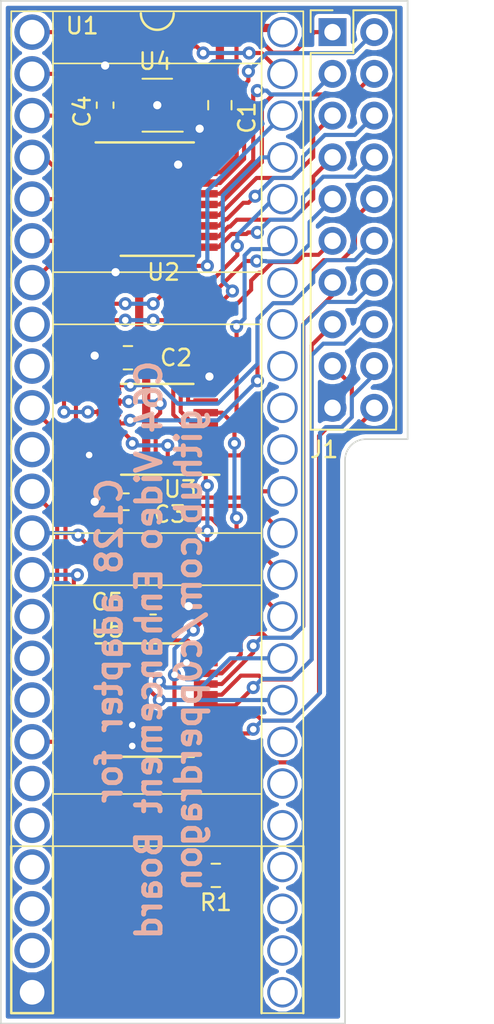
<source format=kicad_pcb>
(kicad_pcb (version 20171130) (host pcbnew "(5.0.0)")

  (general
    (thickness 1.6)
    (drawings 10)
    (tracks 502)
    (zones 0)
    (modules 12)
    (nets 72)
  )

  (page A4)
  (layers
    (0 F.Cu signal)
    (31 B.Cu signal)
    (32 B.Adhes user)
    (33 F.Adhes user)
    (34 B.Paste user)
    (35 F.Paste user)
    (36 B.SilkS user)
    (37 F.SilkS user)
    (38 B.Mask user)
    (39 F.Mask user)
    (40 Dwgs.User user)
    (41 Cmts.User user)
    (42 Eco1.User user)
    (43 Eco2.User user)
    (44 Edge.Cuts user)
    (45 Margin user)
    (46 B.CrtYd user)
    (47 F.CrtYd user)
    (48 B.Fab user)
    (49 F.Fab user)
  )

  (setup
    (last_trace_width 0.25)
    (user_trace_width 0.4)
    (user_trace_width 0.5)
    (trace_clearance 0.2)
    (zone_clearance 0.508)
    (zone_45_only no)
    (trace_min 0.2)
    (segment_width 0.2)
    (edge_width 0.1)
    (via_size 0.8)
    (via_drill 0.4)
    (via_min_size 0.4)
    (via_min_drill 0.3)
    (user_via 1 0.5)
    (uvia_size 0.3)
    (uvia_drill 0.1)
    (uvias_allowed no)
    (uvia_min_size 0.2)
    (uvia_min_drill 0.1)
    (pcb_text_width 0.3)
    (pcb_text_size 1.5 1.5)
    (mod_edge_width 0.15)
    (mod_text_size 1 1)
    (mod_text_width 0.15)
    (pad_size 1.5 1.5)
    (pad_drill 0.6)
    (pad_to_mask_clearance 0)
    (aux_axis_origin 0 0)
    (visible_elements 7FFFFFFF)
    (pcbplotparams
      (layerselection 0x010f0_ffffffff)
      (usegerberextensions false)
      (usegerberattributes false)
      (usegerberadvancedattributes false)
      (creategerberjobfile false)
      (excludeedgelayer true)
      (linewidth 0.100000)
      (plotframeref false)
      (viasonmask false)
      (mode 1)
      (useauxorigin false)
      (hpglpennumber 1)
      (hpglpenspeed 20)
      (hpglpendiameter 15.000000)
      (psnegative false)
      (psa4output false)
      (plotreference true)
      (plotvalue true)
      (plotinvisibletext false)
      (padsonsilk false)
      (subtractmaskfromsilk false)
      (outputformat 1)
      (mirror false)
      (drillshape 0)
      (scaleselection 1)
      (outputdirectory "gerber/"))
  )

  (net 0 "")
  (net 1 +5V)
  (net 2 GND)
  (net 3 +3V3)
  (net 4 DB7)
  (net 5 DB6)
  (net 6 DB5)
  (net 7 DB4)
  (net 8 DB3)
  (net 9 DB2)
  (net 10 DB1)
  (net 11 DB0)
  (net 12 DB11_A5)
  (net 13 DB10_A4)
  (net 14 DB9_A3)
  (net 15 DB8_A2)
  (net 16 A1)
  (net 17 A0)
  (net 18 CS)
  (net 19 RW)
  (net 20 BA)
  (net 21 AEC)
  (net 22 PHI0)
  (net 23 "Net-(R1-Pad2)")
  (net 24 "Net-(U1-Pad47)")
  (net 25 "Net-(U1-Pad46)")
  (net 26 "Net-(U1-Pad45)")
  (net 27 "Net-(U1-Pad44)")
  (net 28 "Net-(U1-Pad43)")
  (net 29 "Net-(U1-Pad42)")
  (net 30 "Net-(U1-Pad41)")
  (net 31 "Net-(U1-Pad40)")
  (net 32 "Net-(U1-Pad39)")
  (net 33 "Net-(U1-Pad38)")
  (net 34 "Net-(U1-Pad37)")
  (net 35 "Net-(U1-Pad36)")
  (net 36 "Net-(U1-Pad35)")
  (net 37 "Net-(U1-Pad34)")
  (net 38 "Net-(U1-Pad33)")
  (net 39 "Net-(U1-Pad32)")
  (net 40 "Net-(U1-Pad31)")
  (net 41 "Net-(U1-Pad30)")
  (net 42 "Net-(U1-Pad29)")
  (net 43 "Net-(U1-Pad20)")
  (net 44 "Net-(U1-Pad19)")
  (net 45 "Net-(U1-Pad18)")
  (net 46 "Net-(U1-Pad17)")
  (net 47 "Net-(U1-Pad16)")
  (net 48 "Net-(U1-Pad15)")
  (net 49 "Net-(U1-Pad14)")
  (net 50 "Net-(U1-Pad13)")
  (net 51 "Net-(U1-Pad12)")
  (net 52 "Net-(U1-Pad11)")
  (net 53 "Net-(U1-Pad9)")
  (net 54 "Net-(U1-Pad8)")
  (net 55 "Net-(U1-Pad7)")
  (net 56 "Net-(U1-Pad6)")
  (net 57 "Net-(U1-Pad5)")
  (net 58 "Net-(U1-Pad4)")
  (net 59 "Net-(U1-Pad3)")
  (net 60 "Net-(U1-Pad2)")
  (net 61 "Net-(U1-Pad1)")
  (net 62 "Net-(U1-Pad10)")
  (net 63 "Net-(U1-Pad22)")
  (net 64 "Net-(U1-Pad21)")
  (net 65 "Net-(U1-Pad23)")
  (net 66 "Net-(U1-Pad25)")
  (net 67 "Net-(U1-Pad26)")
  (net 68 "Net-(U1-Pad28)")
  (net 69 "Net-(U1-Pad27)")
  (net 70 "Net-(U2-Pad4)")
  (net 71 "Net-(U5-Pad12)")

  (net_class Default "Dies ist die voreingestellte Netzklasse."
    (clearance 0.2)
    (trace_width 0.25)
    (via_dia 0.8)
    (via_drill 0.4)
    (uvia_dia 0.3)
    (uvia_drill 0.1)
    (add_net +3V3)
    (add_net +5V)
    (add_net A0)
    (add_net A1)
    (add_net AEC)
    (add_net BA)
    (add_net CS)
    (add_net DB0)
    (add_net DB1)
    (add_net DB10_A4)
    (add_net DB11_A5)
    (add_net DB2)
    (add_net DB3)
    (add_net DB4)
    (add_net DB5)
    (add_net DB6)
    (add_net DB7)
    (add_net DB8_A2)
    (add_net DB9_A3)
    (add_net GND)
    (add_net "Net-(R1-Pad2)")
    (add_net "Net-(U1-Pad1)")
    (add_net "Net-(U1-Pad10)")
    (add_net "Net-(U1-Pad11)")
    (add_net "Net-(U1-Pad12)")
    (add_net "Net-(U1-Pad13)")
    (add_net "Net-(U1-Pad14)")
    (add_net "Net-(U1-Pad15)")
    (add_net "Net-(U1-Pad16)")
    (add_net "Net-(U1-Pad17)")
    (add_net "Net-(U1-Pad18)")
    (add_net "Net-(U1-Pad19)")
    (add_net "Net-(U1-Pad2)")
    (add_net "Net-(U1-Pad20)")
    (add_net "Net-(U1-Pad21)")
    (add_net "Net-(U1-Pad22)")
    (add_net "Net-(U1-Pad23)")
    (add_net "Net-(U1-Pad25)")
    (add_net "Net-(U1-Pad26)")
    (add_net "Net-(U1-Pad27)")
    (add_net "Net-(U1-Pad28)")
    (add_net "Net-(U1-Pad29)")
    (add_net "Net-(U1-Pad3)")
    (add_net "Net-(U1-Pad30)")
    (add_net "Net-(U1-Pad31)")
    (add_net "Net-(U1-Pad32)")
    (add_net "Net-(U1-Pad33)")
    (add_net "Net-(U1-Pad34)")
    (add_net "Net-(U1-Pad35)")
    (add_net "Net-(U1-Pad36)")
    (add_net "Net-(U1-Pad37)")
    (add_net "Net-(U1-Pad38)")
    (add_net "Net-(U1-Pad39)")
    (add_net "Net-(U1-Pad4)")
    (add_net "Net-(U1-Pad40)")
    (add_net "Net-(U1-Pad41)")
    (add_net "Net-(U1-Pad42)")
    (add_net "Net-(U1-Pad43)")
    (add_net "Net-(U1-Pad44)")
    (add_net "Net-(U1-Pad45)")
    (add_net "Net-(U1-Pad46)")
    (add_net "Net-(U1-Pad47)")
    (add_net "Net-(U1-Pad5)")
    (add_net "Net-(U1-Pad6)")
    (add_net "Net-(U1-Pad7)")
    (add_net "Net-(U1-Pad8)")
    (add_net "Net-(U1-Pad9)")
    (add_net "Net-(U2-Pad4)")
    (add_net "Net-(U5-Pad12)")
    (add_net PHI0)
    (add_net RW)
  )

  (module Capacitor_SMD:C_0805_2012Metric_Pad1.15x1.40mm_HandSolder (layer F.Cu) (tedit 5B36C52B) (tstamp 5E4C7893)
    (at 138.43 80.645 270)
    (descr "Capacitor SMD 0805 (2012 Metric), square (rectangular) end terminal, IPC_7351 nominal with elongated pad for handsoldering. (Body size source: https://docs.google.com/spreadsheets/d/1BsfQQcO9C6DZCsRaXUlFlo91Tg2WpOkGARC1WS5S8t0/edit?usp=sharing), generated with kicad-footprint-generator")
    (tags "capacitor handsolder")
    (path /5B978CC5)
    (attr smd)
    (fp_text reference C1 (at 0.762 -1.651 270) (layer F.SilkS)
      (effects (font (size 1 1) (thickness 0.15)))
    )
    (fp_text value 10uF (at 0 1.65 270) (layer F.Fab)
      (effects (font (size 1 1) (thickness 0.15)))
    )
    (fp_line (start -1 0.6) (end -1 -0.6) (layer F.Fab) (width 0.1))
    (fp_line (start -1 -0.6) (end 1 -0.6) (layer F.Fab) (width 0.1))
    (fp_line (start 1 -0.6) (end 1 0.6) (layer F.Fab) (width 0.1))
    (fp_line (start 1 0.6) (end -1 0.6) (layer F.Fab) (width 0.1))
    (fp_line (start -0.261252 -0.71) (end 0.261252 -0.71) (layer F.SilkS) (width 0.12))
    (fp_line (start -0.261252 0.71) (end 0.261252 0.71) (layer F.SilkS) (width 0.12))
    (fp_line (start -1.85 0.95) (end -1.85 -0.95) (layer F.CrtYd) (width 0.05))
    (fp_line (start -1.85 -0.95) (end 1.85 -0.95) (layer F.CrtYd) (width 0.05))
    (fp_line (start 1.85 -0.95) (end 1.85 0.95) (layer F.CrtYd) (width 0.05))
    (fp_line (start 1.85 0.95) (end -1.85 0.95) (layer F.CrtYd) (width 0.05))
    (fp_text user %R (at 0 0 270) (layer F.Fab)
      (effects (font (size 0.5 0.5) (thickness 0.08)))
    )
    (pad 1 smd roundrect (at -1.025 0 270) (size 1.15 1.4) (layers F.Cu F.Paste F.Mask) (roundrect_rratio 0.217391)
      (net 1 +5V))
    (pad 2 smd roundrect (at 1.025 0 270) (size 1.15 1.4) (layers F.Cu F.Paste F.Mask) (roundrect_rratio 0.217391)
      (net 2 GND))
    (model ${KISYS3DMOD}/Capacitor_SMD.3dshapes/C_0805_2012Metric.wrl
      (at (xyz 0 0 0))
      (scale (xyz 1 1 1))
      (rotate (xyz 0 0 0))
    )
  )

  (module Capacitor_SMD:C_0805_2012Metric_Pad1.15x1.40mm_HandSolder (layer F.Cu) (tedit 5B36C52B) (tstamp 5E4C6625)
    (at 132.833 96.012 180)
    (descr "Capacitor SMD 0805 (2012 Metric), square (rectangular) end terminal, IPC_7351 nominal with elongated pad for handsoldering. (Body size source: https://docs.google.com/spreadsheets/d/1BsfQQcO9C6DZCsRaXUlFlo91Tg2WpOkGARC1WS5S8t0/edit?usp=sharing), generated with kicad-footprint-generator")
    (tags "capacitor handsolder")
    (path /5B996DF5)
    (attr smd)
    (fp_text reference C2 (at -2.93 0 180) (layer F.SilkS)
      (effects (font (size 1 1) (thickness 0.15)))
    )
    (fp_text value 10uF (at 0 1.65 180) (layer F.Fab)
      (effects (font (size 1 1) (thickness 0.15)))
    )
    (fp_text user %R (at 0 0 180) (layer F.Fab)
      (effects (font (size 0.5 0.5) (thickness 0.08)))
    )
    (fp_line (start 1.85 0.95) (end -1.85 0.95) (layer F.CrtYd) (width 0.05))
    (fp_line (start 1.85 -0.95) (end 1.85 0.95) (layer F.CrtYd) (width 0.05))
    (fp_line (start -1.85 -0.95) (end 1.85 -0.95) (layer F.CrtYd) (width 0.05))
    (fp_line (start -1.85 0.95) (end -1.85 -0.95) (layer F.CrtYd) (width 0.05))
    (fp_line (start -0.261252 0.71) (end 0.261252 0.71) (layer F.SilkS) (width 0.12))
    (fp_line (start -0.261252 -0.71) (end 0.261252 -0.71) (layer F.SilkS) (width 0.12))
    (fp_line (start 1 0.6) (end -1 0.6) (layer F.Fab) (width 0.1))
    (fp_line (start 1 -0.6) (end 1 0.6) (layer F.Fab) (width 0.1))
    (fp_line (start -1 -0.6) (end 1 -0.6) (layer F.Fab) (width 0.1))
    (fp_line (start -1 0.6) (end -1 -0.6) (layer F.Fab) (width 0.1))
    (pad 2 smd roundrect (at 1.025 0 180) (size 1.15 1.4) (layers F.Cu F.Paste F.Mask) (roundrect_rratio 0.217391)
      (net 2 GND))
    (pad 1 smd roundrect (at -1.025 0 180) (size 1.15 1.4) (layers F.Cu F.Paste F.Mask) (roundrect_rratio 0.217391)
      (net 3 +3V3))
    (model ${KISYS3DMOD}/Capacitor_SMD.3dshapes/C_0805_2012Metric.wrl
      (at (xyz 0 0 0))
      (scale (xyz 1 1 1))
      (rotate (xyz 0 0 0))
    )
  )

  (module Capacitor_SMD:C_0603_1608Metric_Pad1.05x0.95mm_HandSolder (layer F.Cu) (tedit 5B301BBE) (tstamp 5E4C6636)
    (at 132.715 104.775 180)
    (descr "Capacitor SMD 0603 (1608 Metric), square (rectangular) end terminal, IPC_7351 nominal with elongated pad for handsoldering. (Body size source: http://www.tortai-tech.com/upload/download/2011102023233369053.pdf), generated with kicad-footprint-generator")
    (tags "capacitor handsolder")
    (path /5B9AE9C3)
    (attr smd)
    (fp_text reference C3 (at -2.667 -0.762 180) (layer F.SilkS)
      (effects (font (size 1 1) (thickness 0.15)))
    )
    (fp_text value 100nF (at 0 1.43 180) (layer F.Fab)
      (effects (font (size 1 1) (thickness 0.15)))
    )
    (fp_line (start -0.8 0.4) (end -0.8 -0.4) (layer F.Fab) (width 0.1))
    (fp_line (start -0.8 -0.4) (end 0.8 -0.4) (layer F.Fab) (width 0.1))
    (fp_line (start 0.8 -0.4) (end 0.8 0.4) (layer F.Fab) (width 0.1))
    (fp_line (start 0.8 0.4) (end -0.8 0.4) (layer F.Fab) (width 0.1))
    (fp_line (start -0.171267 -0.51) (end 0.171267 -0.51) (layer F.SilkS) (width 0.12))
    (fp_line (start -0.171267 0.51) (end 0.171267 0.51) (layer F.SilkS) (width 0.12))
    (fp_line (start -1.65 0.73) (end -1.65 -0.73) (layer F.CrtYd) (width 0.05))
    (fp_line (start -1.65 -0.73) (end 1.65 -0.73) (layer F.CrtYd) (width 0.05))
    (fp_line (start 1.65 -0.73) (end 1.65 0.73) (layer F.CrtYd) (width 0.05))
    (fp_line (start 1.65 0.73) (end -1.65 0.73) (layer F.CrtYd) (width 0.05))
    (fp_text user %R (at 0 0 180) (layer F.Fab)
      (effects (font (size 0.4 0.4) (thickness 0.06)))
    )
    (pad 1 smd roundrect (at -0.875 0 180) (size 1.05 0.95) (layers F.Cu F.Paste F.Mask) (roundrect_rratio 0.25)
      (net 3 +3V3))
    (pad 2 smd roundrect (at 0.875 0 180) (size 1.05 0.95) (layers F.Cu F.Paste F.Mask) (roundrect_rratio 0.25)
      (net 2 GND))
    (model ${KISYS3DMOD}/Capacitor_SMD.3dshapes/C_0603_1608Metric.wrl
      (at (xyz 0 0 0))
      (scale (xyz 1 1 1))
      (rotate (xyz 0 0 0))
    )
  )

  (module Capacitor_SMD:C_0603_1608Metric_Pad1.05x0.95mm_HandSolder (layer F.Cu) (tedit 5B301BBE) (tstamp 5E4C6647)
    (at 131.445 80.645 90)
    (descr "Capacitor SMD 0603 (1608 Metric), square (rectangular) end terminal, IPC_7351 nominal with elongated pad for handsoldering. (Body size source: http://www.tortai-tech.com/upload/download/2011102023233369053.pdf), generated with kicad-footprint-generator")
    (tags "capacitor handsolder")
    (path /5B9AEA26)
    (attr smd)
    (fp_text reference C4 (at -0.381 -1.397 90) (layer F.SilkS)
      (effects (font (size 1 1) (thickness 0.15)))
    )
    (fp_text value 100nF (at 0 1.43 90) (layer F.Fab)
      (effects (font (size 1 1) (thickness 0.15)))
    )
    (fp_text user %R (at 0 0 90) (layer F.Fab)
      (effects (font (size 0.4 0.4) (thickness 0.06)))
    )
    (fp_line (start 1.65 0.73) (end -1.65 0.73) (layer F.CrtYd) (width 0.05))
    (fp_line (start 1.65 -0.73) (end 1.65 0.73) (layer F.CrtYd) (width 0.05))
    (fp_line (start -1.65 -0.73) (end 1.65 -0.73) (layer F.CrtYd) (width 0.05))
    (fp_line (start -1.65 0.73) (end -1.65 -0.73) (layer F.CrtYd) (width 0.05))
    (fp_line (start -0.171267 0.51) (end 0.171267 0.51) (layer F.SilkS) (width 0.12))
    (fp_line (start -0.171267 -0.51) (end 0.171267 -0.51) (layer F.SilkS) (width 0.12))
    (fp_line (start 0.8 0.4) (end -0.8 0.4) (layer F.Fab) (width 0.1))
    (fp_line (start 0.8 -0.4) (end 0.8 0.4) (layer F.Fab) (width 0.1))
    (fp_line (start -0.8 -0.4) (end 0.8 -0.4) (layer F.Fab) (width 0.1))
    (fp_line (start -0.8 0.4) (end -0.8 -0.4) (layer F.Fab) (width 0.1))
    (pad 2 smd roundrect (at 0.875 0 90) (size 1.05 0.95) (layers F.Cu F.Paste F.Mask) (roundrect_rratio 0.25)
      (net 2 GND))
    (pad 1 smd roundrect (at -0.875 0 90) (size 1.05 0.95) (layers F.Cu F.Paste F.Mask) (roundrect_rratio 0.25)
      (net 3 +3V3))
    (model ${KISYS3DMOD}/Capacitor_SMD.3dshapes/C_0603_1608Metric.wrl
      (at (xyz 0 0 0))
      (scale (xyz 1 1 1))
      (rotate (xyz 0 0 0))
    )
  )

  (module Capacitor_SMD:C_0603_1608Metric_Pad1.05x0.95mm_HandSolder (layer F.Cu) (tedit 5B301BBE) (tstamp 5E4C835E)
    (at 134.366 111.125)
    (descr "Capacitor SMD 0603 (1608 Metric), square (rectangular) end terminal, IPC_7351 nominal with elongated pad for handsoldering. (Body size source: http://www.tortai-tech.com/upload/download/2011102023233369053.pdf), generated with kicad-footprint-generator")
    (tags "capacitor handsolder")
    (path /5B9BEA40)
    (attr smd)
    (fp_text reference C5 (at -2.794 -0.254) (layer F.SilkS)
      (effects (font (size 1 1) (thickness 0.15)))
    )
    (fp_text value 100nF (at 0 1.43) (layer F.Fab)
      (effects (font (size 1 1) (thickness 0.15)))
    )
    (fp_line (start -0.8 0.4) (end -0.8 -0.4) (layer F.Fab) (width 0.1))
    (fp_line (start -0.8 -0.4) (end 0.8 -0.4) (layer F.Fab) (width 0.1))
    (fp_line (start 0.8 -0.4) (end 0.8 0.4) (layer F.Fab) (width 0.1))
    (fp_line (start 0.8 0.4) (end -0.8 0.4) (layer F.Fab) (width 0.1))
    (fp_line (start -0.171267 -0.51) (end 0.171267 -0.51) (layer F.SilkS) (width 0.12))
    (fp_line (start -0.171267 0.51) (end 0.171267 0.51) (layer F.SilkS) (width 0.12))
    (fp_line (start -1.65 0.73) (end -1.65 -0.73) (layer F.CrtYd) (width 0.05))
    (fp_line (start -1.65 -0.73) (end 1.65 -0.73) (layer F.CrtYd) (width 0.05))
    (fp_line (start 1.65 -0.73) (end 1.65 0.73) (layer F.CrtYd) (width 0.05))
    (fp_line (start 1.65 0.73) (end -1.65 0.73) (layer F.CrtYd) (width 0.05))
    (fp_text user %R (at 0 0) (layer F.Fab)
      (effects (font (size 0.4 0.4) (thickness 0.06)))
    )
    (pad 1 smd roundrect (at -0.875 0) (size 1.05 0.95) (layers F.Cu F.Paste F.Mask) (roundrect_rratio 0.25)
      (net 3 +3V3))
    (pad 2 smd roundrect (at 0.875 0) (size 1.05 0.95) (layers F.Cu F.Paste F.Mask) (roundrect_rratio 0.25)
      (net 2 GND))
    (model ${KISYS3DMOD}/Capacitor_SMD.3dshapes/C_0603_1608Metric.wrl
      (at (xyz 0 0 0))
      (scale (xyz 1 1 1))
      (rotate (xyz 0 0 0))
    )
  )

  (module Connector_PinHeader_2.54mm:PinHeader_2x10_P2.54mm_Vertical (layer F.Cu) (tedit 5E34264B) (tstamp 5E4C77B8)
    (at 145.288 76.2)
    (descr "Through hole straight pin header, 2x10, 2.54mm pitch, double rows")
    (tags "Through hole pin header THT 2x10 2.54mm double row")
    (path /5B7FD3C0)
    (fp_text reference J1 (at -0.508 25.4) (layer F.SilkS)
      (effects (font (size 1 1) (thickness 0.15)))
    )
    (fp_text value Conn_02x10_Odd_Even (at 1.27 25.19) (layer F.Fab)
      (effects (font (size 1 1) (thickness 0.15)))
    )
    (fp_line (start 0 -1.27) (end 3.81 -1.27) (layer F.Fab) (width 0.1))
    (fp_line (start 3.81 -1.27) (end 3.81 24.13) (layer F.Fab) (width 0.1))
    (fp_line (start 3.81 24.13) (end -1.27 24.13) (layer F.Fab) (width 0.1))
    (fp_line (start -1.27 24.13) (end -1.27 0) (layer F.Fab) (width 0.1))
    (fp_line (start -1.27 0) (end 0 -1.27) (layer F.Fab) (width 0.1))
    (fp_line (start -1.33 24.19) (end 3.87 24.19) (layer F.SilkS) (width 0.12))
    (fp_line (start -1.33 1.27) (end -1.33 24.19) (layer F.SilkS) (width 0.12))
    (fp_line (start 3.87 -1.33) (end 3.87 24.19) (layer F.SilkS) (width 0.12))
    (fp_line (start -1.33 1.27) (end 1.27 1.27) (layer F.SilkS) (width 0.12))
    (fp_line (start 1.27 1.27) (end 1.27 -1.33) (layer F.SilkS) (width 0.12))
    (fp_line (start 1.27 -1.33) (end 3.87 -1.33) (layer F.SilkS) (width 0.12))
    (fp_line (start -1.33 0) (end -1.33 -1.33) (layer F.SilkS) (width 0.12))
    (fp_line (start -1.33 -1.33) (end 0 -1.33) (layer F.SilkS) (width 0.12))
    (fp_line (start -1.8 -1.8) (end -1.8 24.65) (layer F.CrtYd) (width 0.05))
    (fp_line (start -1.8 24.65) (end 4.35 24.65) (layer F.CrtYd) (width 0.05))
    (fp_line (start 4.35 24.65) (end 4.35 -1.8) (layer F.CrtYd) (width 0.05))
    (fp_line (start 4.35 -1.8) (end -1.8 -1.8) (layer F.CrtYd) (width 0.05))
    (fp_text user %R (at 1.27 11.43 90) (layer F.Fab)
      (effects (font (size 1 1) (thickness 0.15)))
    )
    (pad 1 thru_hole rect (at 0 0) (size 1.7 1.7) (drill 1) (layers *.Cu *.Mask)
      (net 4 DB7))
    (pad 2 thru_hole oval (at 2.54 0) (size 1.7 1.7) (drill 1) (layers *.Cu *.Mask)
      (net 5 DB6))
    (pad 3 thru_hole oval (at 0 2.54) (size 1.7 1.7) (drill 1) (layers *.Cu *.Mask)
      (net 6 DB5))
    (pad 4 thru_hole oval (at 2.54 2.54) (size 1.7 1.7) (drill 1) (layers *.Cu *.Mask)
      (net 7 DB4))
    (pad 5 thru_hole oval (at 0 5.08) (size 1.7 1.7) (drill 1) (layers *.Cu *.Mask)
      (net 8 DB3))
    (pad 6 thru_hole oval (at 2.54 5.08) (size 1.7 1.7) (drill 1) (layers *.Cu *.Mask)
      (net 9 DB2))
    (pad 7 thru_hole oval (at 0 7.62) (size 1.7 1.7) (drill 1) (layers *.Cu *.Mask)
      (net 10 DB1))
    (pad 8 thru_hole oval (at 2.54 7.62) (size 1.7 1.7) (drill 1) (layers *.Cu *.Mask)
      (net 11 DB0))
    (pad 9 thru_hole oval (at 0 10.16) (size 1.7 1.7) (drill 1) (layers *.Cu *.Mask)
      (net 12 DB11_A5))
    (pad 10 thru_hole oval (at 2.54 10.16) (size 1.7 1.7) (drill 1) (layers *.Cu *.Mask)
      (net 13 DB10_A4))
    (pad 11 thru_hole oval (at 0 12.7) (size 1.7 1.7) (drill 1) (layers *.Cu *.Mask)
      (net 14 DB9_A3))
    (pad 12 thru_hole oval (at 2.54 12.7) (size 1.7 1.7) (drill 1) (layers *.Cu *.Mask)
      (net 15 DB8_A2))
    (pad 13 thru_hole oval (at 0 15.24) (size 1.7 1.7) (drill 1) (layers *.Cu *.Mask)
      (net 16 A1))
    (pad 14 thru_hole oval (at 2.54 15.24) (size 1.7 1.7) (drill 1) (layers *.Cu *.Mask)
      (net 17 A0))
    (pad 15 thru_hole oval (at 0 17.78) (size 1.7 1.7) (drill 1) (layers *.Cu *.Mask)
      (net 18 CS))
    (pad 16 thru_hole oval (at 2.54 17.78) (size 1.7 1.7) (drill 1) (layers *.Cu *.Mask)
      (net 19 RW))
    (pad 17 thru_hole oval (at 0 20.32) (size 1.7 1.7) (drill 1) (layers *.Cu *.Mask)
      (net 20 BA))
    (pad 18 thru_hole oval (at 2.54 20.32) (size 1.7 1.7) (drill 1) (layers *.Cu *.Mask)
      (net 21 AEC))
    (pad 19 thru_hole oval (at 0 22.86) (size 1.7 1.7) (drill 1) (layers *.Cu *.Mask)
      (net 2 GND))
    (pad 20 thru_hole oval (at 2.54 22.86) (size 1.7 1.7) (drill 1) (layers *.Cu *.Mask)
      (net 22 PHI0))
    (model ${KISYS3DMOD}/Connector_PinHeader_2.54mm.3dshapes/PinHeader_2x10_P2.54mm_Vertical.wrl
      (at (xyz 0 0 0))
      (scale (xyz 1 1 1))
      (rotate (xyz 0 0 0))
    )
  )

  (module Resistor_SMD:R_0805_2012Metric_Pad1.15x1.40mm_HandSolder (layer F.Cu) (tedit 5B36C52B) (tstamp 5E4C6693)
    (at 138.185 127.508 180)
    (descr "Resistor SMD 0805 (2012 Metric), square (rectangular) end terminal, IPC_7351 nominal with elongated pad for handsoldering. (Body size source: https://docs.google.com/spreadsheets/d/1BsfQQcO9C6DZCsRaXUlFlo91Tg2WpOkGARC1WS5S8t0/edit?usp=sharing), generated with kicad-footprint-generator")
    (tags "resistor handsolder")
    (path /5B9F21D2)
    (attr smd)
    (fp_text reference R1 (at 0 -1.65 180) (layer F.SilkS)
      (effects (font (size 1 1) (thickness 0.15)))
    )
    (fp_text value 100Ohm (at 0 1.65 180) (layer F.Fab)
      (effects (font (size 1 1) (thickness 0.15)))
    )
    (fp_line (start -1 0.6) (end -1 -0.6) (layer F.Fab) (width 0.1))
    (fp_line (start -1 -0.6) (end 1 -0.6) (layer F.Fab) (width 0.1))
    (fp_line (start 1 -0.6) (end 1 0.6) (layer F.Fab) (width 0.1))
    (fp_line (start 1 0.6) (end -1 0.6) (layer F.Fab) (width 0.1))
    (fp_line (start -0.261252 -0.71) (end 0.261252 -0.71) (layer F.SilkS) (width 0.12))
    (fp_line (start -0.261252 0.71) (end 0.261252 0.71) (layer F.SilkS) (width 0.12))
    (fp_line (start -1.85 0.95) (end -1.85 -0.95) (layer F.CrtYd) (width 0.05))
    (fp_line (start -1.85 -0.95) (end 1.85 -0.95) (layer F.CrtYd) (width 0.05))
    (fp_line (start 1.85 -0.95) (end 1.85 0.95) (layer F.CrtYd) (width 0.05))
    (fp_line (start 1.85 0.95) (end -1.85 0.95) (layer F.CrtYd) (width 0.05))
    (fp_text user %R (at 0 0 180) (layer F.Fab)
      (effects (font (size 0.5 0.5) (thickness 0.08)))
    )
    (pad 1 smd roundrect (at -1.025 0 180) (size 1.15 1.4) (layers F.Cu F.Paste F.Mask) (roundrect_rratio 0.217391)
      (net 22 PHI0))
    (pad 2 smd roundrect (at 1.025 0 180) (size 1.15 1.4) (layers F.Cu F.Paste F.Mask) (roundrect_rratio 0.217391)
      (net 23 "Net-(R1-Pad2)"))
    (model ${KISYS3DMOD}/Resistor_SMD.3dshapes/R_0805_2012Metric.wrl
      (at (xyz 0 0 0))
      (scale (xyz 1 1 1))
      (rotate (xyz 0 0 0))
    )
  )

  (module footprints:socket_embedded_48pin (layer F.Cu) (tedit 5E341C92) (tstamp 5E4C811D)
    (at 134.62 99.06 270)
    (path /5E34C16F)
    (fp_text reference U1 (at -23.241 4.572) (layer F.SilkS)
      (effects (font (size 1 1) (thickness 0.15)))
    )
    (fp_text value VIC-IIe (at 25.146 0) (layer F.Fab)
      (effects (font (size 1 1) (thickness 0.15)))
    )
    (fp_line (start 26.67 -8.89) (end -24.13 -8.89) (layer F.SilkS) (width 0.1))
    (fp_line (start 26.67 -6.35) (end 26.67 -8.89) (layer F.SilkS) (width 0.1))
    (fp_line (start -24.13 -6.35) (end 26.67 -6.35) (layer F.SilkS) (width 0.1))
    (fp_line (start -24.13 -8.89) (end -24.13 -6.35) (layer F.SilkS) (width 0.1))
    (fp_line (start 26.67 6.35) (end -24.13 6.35) (layer F.SilkS) (width 0.1))
    (fp_line (start 26.67 8.89) (end 26.67 6.35) (layer F.SilkS) (width 0.1))
    (fp_line (start -24.13 8.89) (end 26.67 8.89) (layer F.SilkS) (width 0.1))
    (fp_line (start -24.13 6.35) (end -24.13 8.89) (layer F.SilkS) (width 0.1))
    (fp_line (start -24.13 -6.35) (end -20.955 -6.35) (layer F.SilkS) (width 0.1))
    (fp_line (start -24.13 6.35) (end -24.13 -6.35) (layer F.SilkS) (width 0.1))
    (fp_line (start -20.955 6.35) (end -24.13 6.35) (layer F.SilkS) (width 0.1))
    (fp_line (start -20.955 -6.35) (end -20.955 6.35) (layer F.SilkS) (width 0.1))
    (fp_line (start -24.13 -6.35) (end -20.955 -6.35) (layer F.SilkS) (width 0.1))
    (fp_line (start 26.67 6.35) (end 26.67 -6.35) (layer F.SilkS) (width 0.1))
    (fp_line (start 23.495 6.35) (end 26.67 6.35) (layer F.SilkS) (width 0.1))
    (fp_line (start 23.495 -6.35) (end 23.495 6.35) (layer F.SilkS) (width 0.1))
    (fp_line (start 26.67 -6.35) (end 23.495 -6.35) (layer F.SilkS) (width 0.1))
    (fp_line (start -8.255 -6.35) (end -5.08 -6.35) (layer F.SilkS) (width 0.1))
    (fp_line (start -8.255 6.35) (end -8.255 -6.35) (layer F.SilkS) (width 0.1))
    (fp_line (start -5.08 6.35) (end -8.255 6.35) (layer F.SilkS) (width 0.1))
    (fp_line (start -5.08 -6.35) (end -5.08 6.35) (layer F.SilkS) (width 0.1))
    (fp_line (start 10.795 -6.35) (end 7.62 -6.35) (layer F.SilkS) (width 0.1))
    (fp_line (start 10.795 6.35) (end 10.795 -6.35) (layer F.SilkS) (width 0.1))
    (fp_line (start 7.62 6.35) (end 10.795 6.35) (layer F.SilkS) (width 0.1))
    (fp_line (start 7.62 -6.35) (end 7.62 6.35) (layer F.SilkS) (width 0.1))
    (fp_arc (start -24 0) (end -24 1) (angle -180) (layer F.SilkS) (width 0.15))
    (fp_line (start 36.83 8.89) (end 36.83 6.35) (layer F.SilkS) (width 0.1))
    (fp_line (start 36.83 -6.35) (end 36.83 -8.89) (layer F.SilkS) (width 0.1))
    (fp_line (start 26.67 -8.89) (end 36.83 -8.89) (layer F.SilkS) (width 0.15))
    (fp_line (start 26.67 -6.35) (end 36.83 -6.35) (layer F.SilkS) (width 0.15))
    (fp_line (start 26.67 8.89) (end 36.83 8.89) (layer F.SilkS) (width 0.15))
    (fp_line (start 26.67 6.35) (end 36.83 6.35) (layer F.SilkS) (width 0.15))
    (fp_line (start 36.83 6.35) (end 36.83 8.89) (layer F.SilkS) (width 0.15))
    (pad 48 thru_hole circle (at -22.86 -7.62 270) (size 1.8542 1.8542) (drill 1.5) (layers *.Cu *.Mask)
      (net 1 +5V))
    (pad 47 thru_hole circle (at -20.32 -7.62 270) (size 1.8542 1.8542) (drill 1.5) (layers *.Cu *.Mask)
      (net 24 "Net-(U1-Pad47)"))
    (pad 46 thru_hole circle (at -17.78 -7.62 270) (size 1.8542 1.8542) (drill 1.5) (layers *.Cu *.Mask)
      (net 25 "Net-(U1-Pad46)"))
    (pad 45 thru_hole circle (at -15.24 -7.62 270) (size 1.8542 1.8542) (drill 1.5) (layers *.Cu *.Mask)
      (net 26 "Net-(U1-Pad45)"))
    (pad 44 thru_hole circle (at -12.7 -7.62 270) (size 1.8542 1.8542) (drill 1.5) (layers *.Cu *.Mask)
      (net 27 "Net-(U1-Pad44)"))
    (pad 43 thru_hole circle (at -10.16 -7.62 270) (size 1.8542 1.8542) (drill 1.5) (layers *.Cu *.Mask)
      (net 28 "Net-(U1-Pad43)"))
    (pad 42 thru_hole circle (at -7.62 -7.62 270) (size 1.8542 1.8542) (drill 1.5) (layers *.Cu *.Mask)
      (net 29 "Net-(U1-Pad42)"))
    (pad 41 thru_hole circle (at -5.08 -7.62 270) (size 1.8542 1.8542) (drill 1.5) (layers *.Cu *.Mask)
      (net 30 "Net-(U1-Pad41)"))
    (pad 40 thru_hole circle (at -2.54 -7.62 270) (size 1.8542 1.8542) (drill 1.5) (layers *.Cu *.Mask)
      (net 31 "Net-(U1-Pad40)"))
    (pad 39 thru_hole circle (at 0 -7.62 270) (size 1.8542 1.8542) (drill 1.5) (layers *.Cu *.Mask)
      (net 32 "Net-(U1-Pad39)"))
    (pad 38 thru_hole circle (at 2.54 -7.62 270) (size 1.8542 1.8542) (drill 1.5) (layers *.Cu *.Mask)
      (net 33 "Net-(U1-Pad38)"))
    (pad 37 thru_hole circle (at 5.08 -7.62 270) (size 1.8542 1.8542) (drill 1.5) (layers *.Cu *.Mask)
      (net 34 "Net-(U1-Pad37)"))
    (pad 36 thru_hole circle (at 7.62 -7.62 270) (size 1.8542 1.8542) (drill 1.5) (layers *.Cu *.Mask)
      (net 35 "Net-(U1-Pad36)"))
    (pad 35 thru_hole circle (at 10.16 -7.62 270) (size 1.8542 1.8542) (drill 1.5) (layers *.Cu *.Mask)
      (net 36 "Net-(U1-Pad35)"))
    (pad 34 thru_hole circle (at 12.7 -7.62 270) (size 1.8542 1.8542) (drill 1.5) (layers *.Cu *.Mask)
      (net 37 "Net-(U1-Pad34)"))
    (pad 33 thru_hole circle (at 15.24 -7.62 270) (size 1.8542 1.8542) (drill 1.5) (layers *.Cu *.Mask)
      (net 38 "Net-(U1-Pad33)"))
    (pad 32 thru_hole circle (at 17.78 -7.62 270) (size 1.8542 1.8542) (drill 1.5) (layers *.Cu *.Mask)
      (net 39 "Net-(U1-Pad32)"))
    (pad 31 thru_hole circle (at 20.32 -7.62 270) (size 1.8542 1.8542) (drill 1.5) (layers *.Cu *.Mask)
      (net 40 "Net-(U1-Pad31)"))
    (pad 30 thru_hole circle (at 22.86 -7.62 270) (size 1.8542 1.8542) (drill 1.5) (layers *.Cu *.Mask)
      (net 41 "Net-(U1-Pad30)"))
    (pad 29 thru_hole circle (at 25.4 -7.62 270) (size 1.8542 1.8542) (drill 1.5) (layers *.Cu *.Mask)
      (net 42 "Net-(U1-Pad29)"))
    (pad 20 thru_hole circle (at 25.4 7.62 270) (size 2.159 2.159) (drill 1.5) (layers *.Cu *.Mask)
      (net 43 "Net-(U1-Pad20)"))
    (pad 19 thru_hole circle (at 22.86 7.62 270) (size 2.159 2.159) (drill 1.5) (layers *.Cu *.Mask)
      (net 44 "Net-(U1-Pad19)"))
    (pad 18 thru_hole circle (at 20.32 7.62 270) (size 2.159 2.159) (drill 1.5) (layers *.Cu *.Mask)
      (net 45 "Net-(U1-Pad18)"))
    (pad 17 thru_hole circle (at 17.78 7.62 270) (size 2.159 2.159) (drill 1.5) (layers *.Cu *.Mask)
      (net 46 "Net-(U1-Pad17)"))
    (pad 16 thru_hole circle (at 15.24 7.62 270) (size 2.159 2.159) (drill 1.5) (layers *.Cu *.Mask)
      (net 47 "Net-(U1-Pad16)"))
    (pad 15 thru_hole circle (at 12.7 7.62 270) (size 2.159 2.159) (drill 1.5) (layers *.Cu *.Mask)
      (net 48 "Net-(U1-Pad15)"))
    (pad 14 thru_hole circle (at 10.16 7.62 270) (size 2.159 2.159) (drill 1.5) (layers *.Cu *.Mask)
      (net 49 "Net-(U1-Pad14)"))
    (pad 13 thru_hole circle (at 7.62 7.62 270) (size 2.159 2.159) (drill 1.5) (layers *.Cu *.Mask)
      (net 50 "Net-(U1-Pad13)"))
    (pad 12 thru_hole circle (at 5.08 7.62 270) (size 2.159 2.159) (drill 1.5) (layers *.Cu *.Mask)
      (net 51 "Net-(U1-Pad12)"))
    (pad 11 thru_hole circle (at 2.54 7.62 270) (size 2.159 2.159) (drill 1.5) (layers *.Cu *.Mask)
      (net 52 "Net-(U1-Pad11)"))
    (pad 9 thru_hole circle (at -2.54 7.62 270) (size 2.159 2.159) (drill 1.5) (layers *.Cu *.Mask)
      (net 53 "Net-(U1-Pad9)"))
    (pad 8 thru_hole circle (at -5.08 7.62 270) (size 2.159 2.159) (drill 1.5) (layers *.Cu *.Mask)
      (net 54 "Net-(U1-Pad8)"))
    (pad 7 thru_hole circle (at -7.62 7.62 270) (size 2.159 2.159) (drill 1.5) (layers *.Cu *.Mask)
      (net 55 "Net-(U1-Pad7)"))
    (pad 6 thru_hole circle (at -10.16 7.62 270) (size 2.159 2.159) (drill 1.5) (layers *.Cu *.Mask)
      (net 56 "Net-(U1-Pad6)"))
    (pad 5 thru_hole circle (at -12.7 7.62 270) (size 2.159 2.159) (drill 1.5) (layers *.Cu *.Mask)
      (net 57 "Net-(U1-Pad5)"))
    (pad 4 thru_hole circle (at -15.24 7.62 270) (size 2.159 2.159) (drill 1.5) (layers *.Cu *.Mask)
      (net 58 "Net-(U1-Pad4)"))
    (pad 3 thru_hole circle (at -17.78 7.62 270) (size 2.159 2.159) (drill 1.5) (layers *.Cu *.Mask)
      (net 59 "Net-(U1-Pad3)"))
    (pad 2 thru_hole circle (at -20.32 7.62 270) (size 2.159 2.159) (drill 1.5) (layers *.Cu *.Mask)
      (net 60 "Net-(U1-Pad2)"))
    (pad 1 thru_hole circle (at -22.86 7.62 270) (size 2.159 2.159) (drill 1.5) (layers *.Cu *.Mask)
      (net 61 "Net-(U1-Pad1)"))
    (pad 10 thru_hole circle (at 0 7.62 270) (size 2.159 2.159) (drill 1.5) (layers *.Cu *.Mask)
      (net 62 "Net-(U1-Pad10)"))
    (pad 22 thru_hole circle (at 30.48 7.62 270) (size 2.159 2.159) (drill 1.5) (layers *.Cu *.Mask)
      (net 63 "Net-(U1-Pad22)"))
    (pad 21 thru_hole circle (at 27.94 7.62 270) (size 2.159 2.159) (drill 1.5) (layers *.Cu *.Mask)
      (net 64 "Net-(U1-Pad21)"))
    (pad 23 thru_hole circle (at 33.02 7.62 270) (size 2.159 2.159) (drill 1.5) (layers *.Cu *.Mask)
      (net 65 "Net-(U1-Pad23)"))
    (pad 25 thru_hole circle (at 35.56 -7.62 270) (size 1.8542 1.8542) (drill 1.5) (layers *.Cu *.Mask)
      (net 66 "Net-(U1-Pad25)"))
    (pad 26 thru_hole circle (at 33.02 -7.62 270) (size 1.8542 1.8542) (drill 1.5) (layers *.Cu *.Mask)
      (net 67 "Net-(U1-Pad26)"))
    (pad 24 thru_hole circle (at 35.56 7.62 270) (size 2.159 2.159) (drill 1.5) (layers *.Cu *.Mask)
      (net 2 GND))
    (pad 28 thru_hole circle (at 27.94 -7.62 270) (size 1.8542 1.8542) (drill 1.5) (layers *.Cu *.Mask)
      (net 68 "Net-(U1-Pad28)"))
    (pad 27 thru_hole circle (at 30.48 -7.62 270) (size 1.8542 1.8542) (drill 1.5) (layers *.Cu *.Mask)
      (net 69 "Net-(U1-Pad27)"))
  )

  (module Package_TO_SOT_SMD:SOT-23-5 (layer F.Cu) (tedit 5A02FF57) (tstamp 5E4C66FD)
    (at 134.62 80.645 180)
    (descr "5-pin SOT23 package")
    (tags SOT-23-5)
    (path /5B7FFDBB)
    (attr smd)
    (fp_text reference U2 (at -0.381 -10.16 180) (layer F.SilkS)
      (effects (font (size 1 1) (thickness 0.15)))
    )
    (fp_text value MIC5504-3.3YM5 (at 0 2.9 180) (layer F.Fab)
      (effects (font (size 1 1) (thickness 0.15)))
    )
    (fp_text user %R (at 0 0 270) (layer F.Fab)
      (effects (font (size 0.5 0.5) (thickness 0.075)))
    )
    (fp_line (start -0.9 1.61) (end 0.9 1.61) (layer F.SilkS) (width 0.12))
    (fp_line (start 0.9 -1.61) (end -1.55 -1.61) (layer F.SilkS) (width 0.12))
    (fp_line (start -1.9 -1.8) (end 1.9 -1.8) (layer F.CrtYd) (width 0.05))
    (fp_line (start 1.9 -1.8) (end 1.9 1.8) (layer F.CrtYd) (width 0.05))
    (fp_line (start 1.9 1.8) (end -1.9 1.8) (layer F.CrtYd) (width 0.05))
    (fp_line (start -1.9 1.8) (end -1.9 -1.8) (layer F.CrtYd) (width 0.05))
    (fp_line (start -0.9 -0.9) (end -0.25 -1.55) (layer F.Fab) (width 0.1))
    (fp_line (start 0.9 -1.55) (end -0.25 -1.55) (layer F.Fab) (width 0.1))
    (fp_line (start -0.9 -0.9) (end -0.9 1.55) (layer F.Fab) (width 0.1))
    (fp_line (start 0.9 1.55) (end -0.9 1.55) (layer F.Fab) (width 0.1))
    (fp_line (start 0.9 -1.55) (end 0.9 1.55) (layer F.Fab) (width 0.1))
    (pad 1 smd rect (at -1.1 -0.95 180) (size 1.06 0.65) (layers F.Cu F.Paste F.Mask)
      (net 1 +5V))
    (pad 2 smd rect (at -1.1 0 180) (size 1.06 0.65) (layers F.Cu F.Paste F.Mask)
      (net 2 GND))
    (pad 3 smd rect (at -1.1 0.95 180) (size 1.06 0.65) (layers F.Cu F.Paste F.Mask)
      (net 1 +5V))
    (pad 4 smd rect (at 1.1 0.95 180) (size 1.06 0.65) (layers F.Cu F.Paste F.Mask)
      (net 70 "Net-(U2-Pad4)"))
    (pad 5 smd rect (at 1.1 -0.95 180) (size 1.06 0.65) (layers F.Cu F.Paste F.Mask)
      (net 3 +3V3))
    (model ${KISYS3DMOD}/Package_TO_SOT_SMD.3dshapes/SOT-23-5.wrl
      (at (xyz 0 0 0))
      (scale (xyz 1 1 1))
      (rotate (xyz 0 0 0))
    )
  )

  (module Package_SO:TSSOP-16_4.4x5mm_P0.65mm (layer F.Cu) (tedit 5A02F25C) (tstamp 5E4C671D)
    (at 134.62 100.33 180)
    (descr "16-Lead Plastic Thin Shrink Small Outline (ST)-4.4 mm Body [TSSOP] (see Microchip Packaging Specification 00000049BS.pdf)")
    (tags "SSOP 0.65")
    (path /5B800EA8)
    (attr smd)
    (fp_text reference U3 (at -1.397 -3.683 180) (layer F.SilkS)
      (effects (font (size 1 1) (thickness 0.15)))
    )
    (fp_text value LVC257 (at 0 3.55 180) (layer F.Fab)
      (effects (font (size 1 1) (thickness 0.15)))
    )
    (fp_line (start -1.2 -2.5) (end 2.2 -2.5) (layer F.Fab) (width 0.15))
    (fp_line (start 2.2 -2.5) (end 2.2 2.5) (layer F.Fab) (width 0.15))
    (fp_line (start 2.2 2.5) (end -2.2 2.5) (layer F.Fab) (width 0.15))
    (fp_line (start -2.2 2.5) (end -2.2 -1.5) (layer F.Fab) (width 0.15))
    (fp_line (start -2.2 -1.5) (end -1.2 -2.5) (layer F.Fab) (width 0.15))
    (fp_line (start -3.95 -2.9) (end -3.95 2.8) (layer F.CrtYd) (width 0.05))
    (fp_line (start 3.95 -2.9) (end 3.95 2.8) (layer F.CrtYd) (width 0.05))
    (fp_line (start -3.95 -2.9) (end 3.95 -2.9) (layer F.CrtYd) (width 0.05))
    (fp_line (start -3.95 2.8) (end 3.95 2.8) (layer F.CrtYd) (width 0.05))
    (fp_line (start -2.2 2.725) (end 2.2 2.725) (layer F.SilkS) (width 0.15))
    (fp_line (start -3.775 -2.8) (end 2.2 -2.8) (layer F.SilkS) (width 0.15))
    (fp_text user %R (at 0 0 180) (layer F.Fab)
      (effects (font (size 0.8 0.8) (thickness 0.15)))
    )
    (pad 1 smd rect (at -2.95 -2.275 180) (size 1.5 0.45) (layers F.Cu F.Paste F.Mask)
      (net 21 AEC))
    (pad 2 smd rect (at -2.95 -1.625 180) (size 1.5 0.45) (layers F.Cu F.Paste F.Mask)
      (net 28 "Net-(U1-Pad43)"))
    (pad 3 smd rect (at -2.95 -0.975 180) (size 1.5 0.45) (layers F.Cu F.Paste F.Mask)
      (net 34 "Net-(U1-Pad37)"))
    (pad 4 smd rect (at -2.95 -0.325 180) (size 1.5 0.45) (layers F.Cu F.Paste F.Mask)
      (net 12 DB11_A5))
    (pad 5 smd rect (at -2.95 0.325 180) (size 1.5 0.45) (layers F.Cu F.Paste F.Mask)
      (net 26 "Net-(U1-Pad45)"))
    (pad 6 smd rect (at -2.95 0.975 180) (size 1.5 0.45) (layers F.Cu F.Paste F.Mask)
      (net 36 "Net-(U1-Pad35)"))
    (pad 7 smd rect (at -2.95 1.625 180) (size 1.5 0.45) (layers F.Cu F.Paste F.Mask)
      (net 14 DB9_A3))
    (pad 8 smd rect (at -2.95 2.275 180) (size 1.5 0.45) (layers F.Cu F.Paste F.Mask)
      (net 2 GND))
    (pad 9 smd rect (at 2.95 2.275 180) (size 1.5 0.45) (layers F.Cu F.Paste F.Mask)
      (net 15 DB8_A2))
    (pad 10 smd rect (at 2.95 1.625 180) (size 1.5 0.45) (layers F.Cu F.Paste F.Mask)
      (net 37 "Net-(U1-Pad34)"))
    (pad 11 smd rect (at 2.95 0.975 180) (size 1.5 0.45) (layers F.Cu F.Paste F.Mask)
      (net 25 "Net-(U1-Pad46)"))
    (pad 12 smd rect (at 2.95 0.325 180) (size 1.5 0.45) (layers F.Cu F.Paste F.Mask)
      (net 13 DB10_A4))
    (pad 13 smd rect (at 2.95 -0.325 180) (size 1.5 0.45) (layers F.Cu F.Paste F.Mask)
      (net 35 "Net-(U1-Pad36)"))
    (pad 14 smd rect (at 2.95 -0.975 180) (size 1.5 0.45) (layers F.Cu F.Paste F.Mask)
      (net 27 "Net-(U1-Pad44)"))
    (pad 15 smd rect (at 2.95 -1.625 180) (size 1.5 0.45) (layers F.Cu F.Paste F.Mask)
      (net 2 GND))
    (pad 16 smd rect (at 2.95 -2.275 180) (size 1.5 0.45) (layers F.Cu F.Paste F.Mask)
      (net 3 +3V3))
    (model ${KISYS3DMOD}/Package_SO.3dshapes/TSSOP-16_4.4x5mm_P0.65mm.wrl
      (at (xyz 0 0 0))
      (scale (xyz 1 1 1))
      (rotate (xyz 0 0 0))
    )
  )

  (module Package_SO:TSSOP-20_4.4x6.5mm_P0.65mm (layer F.Cu) (tedit 5A02F25C) (tstamp 5E35E9F0)
    (at 134.62 86.36)
    (descr "20-Lead Plastic Thin Shrink Small Outline (ST)-4.4 mm Body [TSSOP] (see Microchip Packaging Specification 00000049BS.pdf)")
    (tags "SSOP 0.65")
    (path /5B800CBC)
    (attr smd)
    (fp_text reference U4 (at -0.127 -8.382 180) (layer F.SilkS)
      (effects (font (size 1 1) (thickness 0.15)))
    )
    (fp_text value LVC245 (at 0 4.3) (layer F.Fab)
      (effects (font (size 1 1) (thickness 0.15)))
    )
    (fp_line (start -1.2 -3.25) (end 2.2 -3.25) (layer F.Fab) (width 0.15))
    (fp_line (start 2.2 -3.25) (end 2.2 3.25) (layer F.Fab) (width 0.15))
    (fp_line (start 2.2 3.25) (end -2.2 3.25) (layer F.Fab) (width 0.15))
    (fp_line (start -2.2 3.25) (end -2.2 -2.25) (layer F.Fab) (width 0.15))
    (fp_line (start -2.2 -2.25) (end -1.2 -3.25) (layer F.Fab) (width 0.15))
    (fp_line (start -3.95 -3.55) (end -3.95 3.55) (layer F.CrtYd) (width 0.05))
    (fp_line (start 3.95 -3.55) (end 3.95 3.55) (layer F.CrtYd) (width 0.05))
    (fp_line (start -3.95 -3.55) (end 3.95 -3.55) (layer F.CrtYd) (width 0.05))
    (fp_line (start -3.95 3.55) (end 3.95 3.55) (layer F.CrtYd) (width 0.05))
    (fp_line (start -2.225 3.45) (end 2.225 3.45) (layer F.SilkS) (width 0.15))
    (fp_line (start -3.75 -3.45) (end 2.225 -3.45) (layer F.SilkS) (width 0.15))
    (fp_text user %R (at 0 0) (layer F.Fab)
      (effects (font (size 0.8 0.8) (thickness 0.15)))
    )
    (pad 1 smd rect (at -2.95 -2.925) (size 1.45 0.45) (layers F.Cu F.Paste F.Mask)
      (net 3 +3V3))
    (pad 2 smd rect (at -2.95 -2.275) (size 1.45 0.45) (layers F.Cu F.Paste F.Mask)
      (net 24 "Net-(U1-Pad47)"))
    (pad 3 smd rect (at -2.95 -1.625) (size 1.45 0.45) (layers F.Cu F.Paste F.Mask)
      (net 61 "Net-(U1-Pad1)"))
    (pad 4 smd rect (at -2.95 -0.975) (size 1.45 0.45) (layers F.Cu F.Paste F.Mask)
      (net 60 "Net-(U1-Pad2)"))
    (pad 5 smd rect (at -2.95 -0.325) (size 1.45 0.45) (layers F.Cu F.Paste F.Mask)
      (net 59 "Net-(U1-Pad3)"))
    (pad 6 smd rect (at -2.95 0.325) (size 1.45 0.45) (layers F.Cu F.Paste F.Mask)
      (net 58 "Net-(U1-Pad4)"))
    (pad 7 smd rect (at -2.95 0.975) (size 1.45 0.45) (layers F.Cu F.Paste F.Mask)
      (net 57 "Net-(U1-Pad5)"))
    (pad 8 smd rect (at -2.95 1.625) (size 1.45 0.45) (layers F.Cu F.Paste F.Mask)
      (net 56 "Net-(U1-Pad6)"))
    (pad 9 smd rect (at -2.95 2.275) (size 1.45 0.45) (layers F.Cu F.Paste F.Mask)
      (net 55 "Net-(U1-Pad7)"))
    (pad 10 smd rect (at -2.95 2.925) (size 1.45 0.45) (layers F.Cu F.Paste F.Mask)
      (net 2 GND))
    (pad 11 smd rect (at 2.95 2.925) (size 1.45 0.45) (layers F.Cu F.Paste F.Mask)
      (net 11 DB0))
    (pad 12 smd rect (at 2.95 2.275) (size 1.45 0.45) (layers F.Cu F.Paste F.Mask)
      (net 10 DB1))
    (pad 13 smd rect (at 2.95 1.625) (size 1.45 0.45) (layers F.Cu F.Paste F.Mask)
      (net 9 DB2))
    (pad 14 smd rect (at 2.95 0.975) (size 1.45 0.45) (layers F.Cu F.Paste F.Mask)
      (net 8 DB3))
    (pad 15 smd rect (at 2.95 0.325) (size 1.45 0.45) (layers F.Cu F.Paste F.Mask)
      (net 7 DB4))
    (pad 16 smd rect (at 2.95 -0.325) (size 1.45 0.45) (layers F.Cu F.Paste F.Mask)
      (net 6 DB5))
    (pad 17 smd rect (at 2.95 -0.975) (size 1.45 0.45) (layers F.Cu F.Paste F.Mask)
      (net 5 DB6))
    (pad 18 smd rect (at 2.95 -1.625) (size 1.45 0.45) (layers F.Cu F.Paste F.Mask)
      (net 4 DB7))
    (pad 19 smd rect (at 2.95 -2.275) (size 1.45 0.45) (layers F.Cu F.Paste F.Mask)
      (net 2 GND))
    (pad 20 smd rect (at 2.95 -2.925) (size 1.45 0.45) (layers F.Cu F.Paste F.Mask)
      (net 3 +3V3))
    (model ${KISYS3DMOD}/Package_SO.3dshapes/TSSOP-20_4.4x6.5mm_P0.65mm.wrl
      (at (xyz 0 0 0))
      (scale (xyz 1 1 1))
      (rotate (xyz 0 0 0))
    )
  )

  (module Package_SO:TSSOP-20_4.4x6.5mm_P0.65mm (layer F.Cu) (tedit 5A02F25C) (tstamp 5E4C6765)
    (at 134.62 116.84)
    (descr "20-Lead Plastic Thin Shrink Small Outline (ST)-4.4 mm Body [TSSOP] (see Microchip Packaging Specification 00000049BS.pdf)")
    (tags "SSOP 0.65")
    (path /5B800E39)
    (attr smd)
    (fp_text reference U5 (at -3.048 -4.318) (layer F.SilkS)
      (effects (font (size 1 1) (thickness 0.15)))
    )
    (fp_text value LVC245 (at 0 4.3) (layer F.Fab)
      (effects (font (size 1 1) (thickness 0.15)))
    )
    (fp_text user %R (at 0 0) (layer F.Fab)
      (effects (font (size 0.8 0.8) (thickness 0.15)))
    )
    (fp_line (start -3.75 -3.45) (end 2.225 -3.45) (layer F.SilkS) (width 0.15))
    (fp_line (start -2.225 3.45) (end 2.225 3.45) (layer F.SilkS) (width 0.15))
    (fp_line (start -3.95 3.55) (end 3.95 3.55) (layer F.CrtYd) (width 0.05))
    (fp_line (start -3.95 -3.55) (end 3.95 -3.55) (layer F.CrtYd) (width 0.05))
    (fp_line (start 3.95 -3.55) (end 3.95 3.55) (layer F.CrtYd) (width 0.05))
    (fp_line (start -3.95 -3.55) (end -3.95 3.55) (layer F.CrtYd) (width 0.05))
    (fp_line (start -2.2 -2.25) (end -1.2 -3.25) (layer F.Fab) (width 0.15))
    (fp_line (start -2.2 3.25) (end -2.2 -2.25) (layer F.Fab) (width 0.15))
    (fp_line (start 2.2 3.25) (end -2.2 3.25) (layer F.Fab) (width 0.15))
    (fp_line (start 2.2 -3.25) (end 2.2 3.25) (layer F.Fab) (width 0.15))
    (fp_line (start -1.2 -3.25) (end 2.2 -3.25) (layer F.Fab) (width 0.15))
    (pad 20 smd rect (at 2.95 -2.925) (size 1.45 0.45) (layers F.Cu F.Paste F.Mask)
      (net 3 +3V3))
    (pad 19 smd rect (at 2.95 -2.275) (size 1.45 0.45) (layers F.Cu F.Paste F.Mask)
      (net 2 GND))
    (pad 18 smd rect (at 2.95 -1.625) (size 1.45 0.45) (layers F.Cu F.Paste F.Mask)
      (net 16 A1))
    (pad 17 smd rect (at 2.95 -0.975) (size 1.45 0.45) (layers F.Cu F.Paste F.Mask)
      (net 17 A0))
    (pad 16 smd rect (at 2.95 -0.325) (size 1.45 0.45) (layers F.Cu F.Paste F.Mask)
      (net 18 CS))
    (pad 15 smd rect (at 2.95 0.325) (size 1.45 0.45) (layers F.Cu F.Paste F.Mask)
      (net 19 RW))
    (pad 14 smd rect (at 2.95 0.975) (size 1.45 0.45) (layers F.Cu F.Paste F.Mask)
      (net 20 BA))
    (pad 13 smd rect (at 2.95 1.625) (size 1.45 0.45) (layers F.Cu F.Paste F.Mask)
      (net 21 AEC))
    (pad 12 smd rect (at 2.95 2.275) (size 1.45 0.45) (layers F.Cu F.Paste F.Mask)
      (net 71 "Net-(U5-Pad12)"))
    (pad 11 smd rect (at 2.95 2.925) (size 1.45 0.45) (layers F.Cu F.Paste F.Mask)
      (net 23 "Net-(R1-Pad2)"))
    (pad 10 smd rect (at -2.95 2.925) (size 1.45 0.45) (layers F.Cu F.Paste F.Mask)
      (net 2 GND))
    (pad 9 smd rect (at -2.95 2.275) (size 1.45 0.45) (layers F.Cu F.Paste F.Mask)
      (net 45 "Net-(U1-Pad18)"))
    (pad 8 smd rect (at -2.95 1.625) (size 1.45 0.45) (layers F.Cu F.Paste F.Mask)
      (net 2 GND))
    (pad 7 smd rect (at -2.95 0.975) (size 1.45 0.45) (layers F.Cu F.Paste F.Mask)
      (net 51 "Net-(U1-Pad12)"))
    (pad 6 smd rect (at -2.95 0.325) (size 1.45 0.45) (layers F.Cu F.Paste F.Mask)
      (net 62 "Net-(U1-Pad10)"))
    (pad 5 smd rect (at -2.95 -0.325) (size 1.45 0.45) (layers F.Cu F.Paste F.Mask)
      (net 49 "Net-(U1-Pad14)"))
    (pad 4 smd rect (at -2.95 -0.975) (size 1.45 0.45) (layers F.Cu F.Paste F.Mask)
      (net 50 "Net-(U1-Pad13)"))
    (pad 3 smd rect (at -2.95 -1.625) (size 1.45 0.45) (layers F.Cu F.Paste F.Mask)
      (net 39 "Net-(U1-Pad32)"))
    (pad 2 smd rect (at -2.95 -2.275) (size 1.45 0.45) (layers F.Cu F.Paste F.Mask)
      (net 38 "Net-(U1-Pad33)"))
    (pad 1 smd rect (at -2.95 -2.925) (size 1.45 0.45) (layers F.Cu F.Paste F.Mask)
      (net 3 +3V3))
    (model ${KISYS3DMOD}/Package_SO.3dshapes/TSSOP-20_4.4x6.5mm_P0.65mm.wrl
      (at (xyz 0 0 0))
      (scale (xyz 1 1 1))
      (rotate (xyz 0 0 0))
    )
  )

  (gr_text "C128 adapter for \nC64 Video Enhancement Board\ngithub.com/c0pperdragon" (at 134.112 113.792 90) (layer B.SilkS)
    (effects (font (size 1.5 1.5) (thickness 0.3)) (justify mirror))
  )
  (gr_line (start 149.86 74.295) (end 149.225 74.295) (layer Edge.Cuts) (width 0.1))
  (gr_line (start 149.86 100.965) (end 149.86 74.295) (layer Edge.Cuts) (width 0.1))
  (gr_line (start 149.225 100.965) (end 149.86 100.965) (layer Edge.Cuts) (width 0.1))
  (gr_arc (start 147.32 102.235) (end 147.32 100.965) (angle -90) (layer Edge.Cuts) (width 0.1))
  (gr_line (start 146.05 102.235) (end 146.05 136.525) (layer Edge.Cuts) (width 0.1))
  (gr_line (start 149.225 100.965) (end 147.32 100.965) (layer Edge.Cuts) (width 0.1))
  (gr_line (start 125.095 136.525) (end 125.095 74.295) (layer Edge.Cuts) (width 0.1))
  (gr_line (start 146.05 136.525) (end 125.095 136.525) (layer Edge.Cuts) (width 0.1))
  (gr_line (start 125.095 74.295) (end 149.225 74.295) (layer Edge.Cuts) (width 0.1))

  (segment (start 135.795 79.62) (end 135.72 79.695) (width 0.5) (layer F.Cu) (net 1))
  (segment (start 138.43 79.62) (end 136.906 79.62) (width 0.5) (layer F.Cu) (net 1))
  (segment (start 136.906 79.62) (end 135.795 79.62) (width 0.5) (layer F.Cu) (net 1))
  (segment (start 136.906 81.026) (end 136.906 79.62) (width 0.5) (layer F.Cu) (net 1))
  (segment (start 135.72 81.595) (end 136.337 81.595) (width 0.5) (layer F.Cu) (net 1))
  (segment (start 136.337 81.595) (end 136.906 81.026) (width 0.5) (layer F.Cu) (net 1))
  (segment (start 138.43 78.945) (end 138.43 79.62) (width 0.5) (layer F.Cu) (net 1))
  (segment (start 138.43 76.835) (end 138.43 78.945) (width 0.5) (layer F.Cu) (net 1))
  (segment (start 139.319 75.946) (end 138.43 76.835) (width 0.5) (layer F.Cu) (net 1))
  (segment (start 141.986 75.946) (end 139.319 75.946) (width 0.5) (layer F.Cu) (net 1))
  (segment (start 142.24 76.2) (end 141.986 75.946) (width 0.5) (layer F.Cu) (net 1))
  (via (at 131.445 78.232) (size 1) (drill 0.5) (layers F.Cu B.Cu) (net 2))
  (segment (start 131.445 79.77) (end 131.445 78.232) (width 0.5) (layer F.Cu) (net 2))
  (via (at 134.62 80.645) (size 1) (drill 0.5) (layers F.Cu B.Cu) (net 2))
  (segment (start 135.72 80.645) (end 134.62 80.645) (width 0.5) (layer F.Cu) (net 2))
  (via (at 133.096 118.364) (size 0.8) (drill 0.4) (layers F.Cu B.Cu) (net 2))
  (segment (start 131.67 118.465) (end 132.995 118.465) (width 0.4) (layer F.Cu) (net 2))
  (segment (start 132.995 118.465) (end 133.096 118.364) (width 0.4) (layer F.Cu) (net 2))
  (via (at 133.096 119.634) (size 0.8) (drill 0.4) (layers F.Cu B.Cu) (net 2))
  (segment (start 131.67 119.765) (end 132.965 119.765) (width 0.4) (layer F.Cu) (net 2))
  (segment (start 132.965 119.765) (end 133.096 119.634) (width 0.4) (layer F.Cu) (net 2))
  (via (at 136.525 111.125) (size 1) (drill 0.5) (layers F.Cu B.Cu) (net 2))
  (segment (start 135.241 111.125) (end 136.525 111.125) (width 0.5) (layer F.Cu) (net 2))
  (segment (start 131.84 104.775) (end 130.81 104.775) (width 0.5) (layer F.Cu) (net 2))
  (via (at 130.81 104.775) (size 1) (drill 0.5) (layers F.Cu B.Cu) (net 2))
  (via (at 130.81 95.885) (size 1) (drill 0.5) (layers F.Cu B.Cu) (net 2))
  (segment (start 131.808 96.012) (end 130.937 96.012) (width 0.5) (layer F.Cu) (net 2))
  (segment (start 130.937 96.012) (end 130.81 95.885) (width 0.5) (layer F.Cu) (net 2))
  (via (at 132.08 90.805) (size 1) (drill 0.5) (layers F.Cu B.Cu) (net 2))
  (segment (start 131.67 89.285) (end 131.67 90.395) (width 0.4) (layer F.Cu) (net 2))
  (segment (start 131.67 90.395) (end 132.08 90.805) (width 0.4) (layer F.Cu) (net 2))
  (via (at 137.795 97.155) (size 1) (drill 0.5) (layers F.Cu B.Cu) (net 2))
  (segment (start 137.57 98.055) (end 137.57 97.38) (width 0.4) (layer F.Cu) (net 2))
  (segment (start 137.57 97.38) (end 137.795 97.155) (width 0.4) (layer F.Cu) (net 2))
  (via (at 135.89 84.26) (size 1) (drill 0.5) (layers F.Cu B.Cu) (net 2))
  (segment (start 137.57 84.085) (end 136.065 84.085) (width 0.4) (layer F.Cu) (net 2))
  (segment (start 136.065 84.085) (end 135.89 84.26) (width 0.4) (layer F.Cu) (net 2))
  (via (at 137.19945 82.076053) (size 1) (drill 0.5) (layers F.Cu B.Cu) (net 2))
  (segment (start 138.43 81.67) (end 137.605503 81.67) (width 0.5) (layer F.Cu) (net 2))
  (segment (start 137.605503 81.67) (end 137.19945 82.076053) (width 0.5) (layer F.Cu) (net 2))
  (via (at 136.398 114.554) (size 0.8) (drill 0.4) (layers F.Cu B.Cu) (net 2))
  (segment (start 136.409 114.565) (end 136.398 114.554) (width 0.4) (layer F.Cu) (net 2))
  (segment (start 137.57 114.565) (end 136.409 114.565) (width 0.4) (layer F.Cu) (net 2))
  (segment (start 131.67 101.955) (end 130.496814 101.955) (width 0.25) (layer F.Cu) (net 2))
  (segment (start 130.496814 101.955) (end 130.471825 101.930011) (width 0.25) (layer F.Cu) (net 2))
  (via (at 130.471825 101.930011) (size 0.8) (drill 0.4) (layers F.Cu B.Cu) (net 2))
  (segment (start 131.52 81.595) (end 131.445 81.52) (width 0.5) (layer F.Cu) (net 3))
  (segment (start 133.52 81.595) (end 131.52 81.595) (width 0.5) (layer F.Cu) (net 3))
  (segment (start 133.52 95.674) (end 133.858 96.012) (width 0.5) (layer F.Cu) (net 3))
  (segment (start 133.52 81.595) (end 133.52 83.439) (width 0.5) (layer F.Cu) (net 3))
  (segment (start 133.52 83.439) (end 133.52 95.674) (width 0.5) (layer F.Cu) (net 3))
  (segment (start 133.227 113.915) (end 131.67 113.915) (width 0.4) (layer F.Cu) (net 3))
  (segment (start 133.491 113.651) (end 133.227 113.915) (width 0.4) (layer F.Cu) (net 3))
  (segment (start 133.491 113.651) (end 133.491 111.125) (width 0.5) (layer F.Cu) (net 3))
  (segment (start 133.491 104.874) (end 133.59 104.775) (width 0.5) (layer F.Cu) (net 3))
  (segment (start 133.491 111.125) (end 133.491 104.874) (width 0.5) (layer F.Cu) (net 3))
  (segment (start 133.59 96.28) (end 133.858 96.012) (width 0.5) (layer F.Cu) (net 3))
  (segment (start 133.599001 83.359999) (end 133.52 83.439) (width 0.4) (layer F.Cu) (net 3))
  (segment (start 136.369999 83.359999) (end 133.599001 83.359999) (width 0.4) (layer F.Cu) (net 3))
  (segment (start 136.445 83.435) (end 136.369999 83.359999) (width 0.4) (layer F.Cu) (net 3))
  (segment (start 137.57 83.435) (end 136.445 83.435) (width 0.4) (layer F.Cu) (net 3))
  (segment (start 133.524 83.435) (end 133.599001 83.359999) (width 0.4) (layer F.Cu) (net 3))
  (segment (start 131.67 83.435) (end 133.524 83.435) (width 0.4) (layer F.Cu) (net 3))
  (segment (start 133.852 113.29) (end 133.491 113.651) (width 0.4) (layer F.Cu) (net 3))
  (segment (start 137.07 113.915) (end 136.445 113.29) (width 0.4) (layer F.Cu) (net 3))
  (segment (start 136.445 113.29) (end 133.852 113.29) (width 0.4) (layer F.Cu) (net 3))
  (segment (start 137.57 113.915) (end 137.07 113.915) (width 0.4) (layer F.Cu) (net 3))
  (segment (start 133.59 104) (end 133.59 104.2) (width 0.25) (layer F.Cu) (net 3))
  (segment (start 132.195 102.605) (end 133.59 104) (width 0.25) (layer F.Cu) (net 3))
  (segment (start 131.67 102.605) (end 132.195 102.605) (width 0.25) (layer F.Cu) (net 3))
  (segment (start 133.59 104.2) (end 133.59 104.775) (width 0.5) (layer F.Cu) (net 3))
  (segment (start 133.858 96.012) (end 133.858 96.812) (width 0.5) (layer F.Cu) (net 3))
  (segment (start 133.858 96.812) (end 133.946002 96.900002) (width 0.5) (layer F.Cu) (net 3))
  (segment (start 133.946002 96.900002) (end 133.946002 103.843998) (width 0.5) (layer F.Cu) (net 3))
  (segment (start 133.946002 103.843998) (end 133.59 104.2) (width 0.5) (layer F.Cu) (net 3))
  (segment (start 142.935899 77.452101) (end 144.188 76.2) (width 0.25) (layer F.Cu) (net 4))
  (segment (start 144.188 76.2) (end 145.288 76.2) (width 0.25) (layer F.Cu) (net 4))
  (segment (start 137.57 84.735) (end 138.455002 84.735) (width 0.25) (layer F.Cu) (net 4))
  (segment (start 138.455002 84.735) (end 139.455009 83.734993) (width 0.25) (layer F.Cu) (net 4))
  (segment (start 139.455009 78.946731) (end 139.441999 78.933721) (width 0.25) (layer F.Cu) (net 4))
  (segment (start 140.707901 76.521011) (end 141.638991 77.452101) (width 0.25) (layer F.Cu) (net 4))
  (segment (start 141.638991 77.452101) (end 142.935899 77.452101) (width 0.25) (layer F.Cu) (net 4))
  (segment (start 139.441999 76.966001) (end 139.886989 76.521011) (width 0.25) (layer F.Cu) (net 4))
  (segment (start 139.455009 83.734993) (end 139.455009 78.946731) (width 0.25) (layer F.Cu) (net 4))
  (segment (start 139.886989 76.521011) (end 140.707901 76.521011) (width 0.25) (layer F.Cu) (net 4))
  (segment (start 139.441999 78.933721) (end 139.441999 76.966001) (width 0.25) (layer F.Cu) (net 4))
  (via (at 140.167 78.58572) (size 0.8) (drill 0.4) (layers F.Cu B.Cu) (net 5))
  (segment (start 147.828 76.2) (end 146.549054 77.478946) (width 0.25) (layer B.Cu) (net 5))
  (segment (start 140.566999 78.185721) (end 140.167 78.58572) (width 0.25) (layer B.Cu) (net 5))
  (segment (start 146.549054 77.478946) (end 141.273774 77.478946) (width 0.25) (layer B.Cu) (net 5))
  (segment (start 141.273774 77.478946) (end 140.566999 78.185721) (width 0.25) (layer B.Cu) (net 5))
  (segment (start 138.441407 85.385) (end 139.90502 83.921387) (width 0.25) (layer F.Cu) (net 5))
  (segment (start 139.90502 83.921387) (end 139.90502 79.413385) (width 0.25) (layer F.Cu) (net 5))
  (segment (start 139.90502 79.413385) (end 140.167 79.151405) (width 0.25) (layer F.Cu) (net 5))
  (segment (start 137.57 85.385) (end 138.441407 85.385) (width 0.25) (layer F.Cu) (net 5))
  (segment (start 140.167 79.151405) (end 140.167 78.58572) (width 0.25) (layer F.Cu) (net 5))
  (via (at 140.716 79.756) (size 0.8) (drill 0.4) (layers F.Cu B.Cu) (net 6))
  (segment (start 141.517786 79.992101) (end 141.281685 79.756) (width 0.25) (layer B.Cu) (net 6))
  (segment (start 141.281685 79.756) (end 140.716 79.756) (width 0.25) (layer B.Cu) (net 6))
  (segment (start 144.035899 79.992101) (end 141.517786 79.992101) (width 0.25) (layer B.Cu) (net 6))
  (segment (start 145.288 78.74) (end 144.035899 79.992101) (width 0.25) (layer B.Cu) (net 6))
  (segment (start 138.427822 86.035) (end 140.462 84.000822) (width 0.25) (layer F.Cu) (net 6))
  (segment (start 140.462 84.000822) (end 140.462 80.01) (width 0.25) (layer F.Cu) (net 6))
  (segment (start 140.462 80.01) (end 140.716 79.756) (width 0.25) (layer F.Cu) (net 6))
  (segment (start 137.57 86.035) (end 138.427822 86.035) (width 0.25) (layer F.Cu) (net 6))
  (segment (start 137.57 86.685) (end 138.414232 86.685) (width 0.25) (layer F.Cu) (net 7))
  (segment (start 138.414232 86.685) (end 140.987899 84.111333) (width 0.25) (layer F.Cu) (net 7))
  (segment (start 140.987899 84.111333) (end 140.987899 80.678991) (width 0.25) (layer F.Cu) (net 7))
  (segment (start 140.987899 80.678991) (end 141.674789 79.992101) (width 0.25) (layer F.Cu) (net 7))
  (segment (start 141.674789 79.992101) (end 146.575899 79.992101) (width 0.25) (layer F.Cu) (net 7))
  (segment (start 146.575899 79.992101) (end 146.978001 79.589999) (width 0.25) (layer F.Cu) (net 7))
  (segment (start 146.978001 79.589999) (end 147.828 78.74) (width 0.25) (layer F.Cu) (net 7))
  (segment (start 142.841009 85.072101) (end 144.112999 83.800111) (width 0.25) (layer F.Cu) (net 8))
  (segment (start 138.585452 87.132307) (end 138.603337 87.132307) (width 0.25) (layer F.Cu) (net 8))
  (segment (start 140.663543 85.072101) (end 142.841009 85.072101) (width 0.25) (layer F.Cu) (net 8))
  (segment (start 144.112999 83.800111) (end 144.112999 82.455001) (width 0.25) (layer F.Cu) (net 8))
  (segment (start 144.438001 82.129999) (end 145.288 81.28) (width 0.25) (layer F.Cu) (net 8))
  (segment (start 137.57 87.335) (end 138.382759 87.335) (width 0.25) (layer F.Cu) (net 8))
  (segment (start 138.382759 87.335) (end 138.585452 87.132307) (width 0.25) (layer F.Cu) (net 8))
  (segment (start 144.112999 82.455001) (end 144.438001 82.129999) (width 0.25) (layer F.Cu) (net 8))
  (segment (start 138.603337 87.132307) (end 140.663543 85.072101) (width 0.25) (layer F.Cu) (net 8))
  (via (at 140.577273 86.183688) (size 0.8) (drill 0.4) (layers F.Cu B.Cu) (net 9))
  (segment (start 142.841009 85.072101) (end 141.68886 85.072101) (width 0.25) (layer B.Cu) (net 9))
  (segment (start 141.68886 85.072101) (end 140.977272 85.783689) (width 0.25) (layer B.Cu) (net 9))
  (segment (start 140.977272 85.783689) (end 140.577273 86.183688) (width 0.25) (layer B.Cu) (net 9))
  (segment (start 143.492101 83.784599) (end 143.492101 84.421009) (width 0.25) (layer B.Cu) (net 9))
  (segment (start 146.652999 82.455001) (end 144.821699 82.455001) (width 0.25) (layer B.Cu) (net 9))
  (segment (start 143.492101 84.421009) (end 142.841009 85.072101) (width 0.25) (layer B.Cu) (net 9))
  (segment (start 144.821699 82.455001) (end 143.492101 83.784599) (width 0.25) (layer B.Cu) (net 9))
  (segment (start 147.828 81.28) (end 146.652999 82.455001) (width 0.25) (layer B.Cu) (net 9))
  (segment (start 138.771852 87.582318) (end 138.859532 87.582318) (width 0.25) (layer F.Cu) (net 9))
  (segment (start 137.57 87.985) (end 138.369171 87.985) (width 0.25) (layer F.Cu) (net 9))
  (segment (start 138.369171 87.985) (end 138.771852 87.582318) (width 0.25) (layer F.Cu) (net 9))
  (segment (start 138.859532 87.582318) (end 139.858163 86.583687) (width 0.25) (layer F.Cu) (net 9))
  (segment (start 140.177274 86.583687) (end 140.577273 86.183688) (width 0.25) (layer F.Cu) (net 9))
  (segment (start 139.858163 86.583687) (end 140.177274 86.583687) (width 0.25) (layer F.Cu) (net 9))
  (segment (start 139.466162 87.612101) (end 142.841009 87.612101) (width 0.25) (layer F.Cu) (net 10))
  (segment (start 142.841009 87.612101) (end 144.112999 86.340111) (width 0.25) (layer F.Cu) (net 10))
  (segment (start 144.438001 84.669999) (end 145.288 83.82) (width 0.25) (layer F.Cu) (net 10))
  (segment (start 144.112999 86.340111) (end 144.112999 84.995001) (width 0.25) (layer F.Cu) (net 10))
  (segment (start 144.112999 84.995001) (end 144.438001 84.669999) (width 0.25) (layer F.Cu) (net 10))
  (segment (start 139.045932 88.032329) (end 139.466162 87.612101) (width 0.25) (layer F.Cu) (net 10))
  (segment (start 138.355581 88.635) (end 138.958252 88.032329) (width 0.25) (layer F.Cu) (net 10))
  (segment (start 138.958252 88.032329) (end 139.045932 88.032329) (width 0.25) (layer F.Cu) (net 10))
  (segment (start 137.57 88.635) (end 138.355581 88.635) (width 0.25) (layer F.Cu) (net 10))
  (segment (start 147.828 83.82) (end 146.652999 84.995001) (width 0.25) (layer B.Cu) (net 11))
  (segment (start 142.841009 87.612101) (end 141.486579 87.612101) (width 0.25) (layer B.Cu) (net 11))
  (segment (start 143.492101 86.961009) (end 142.841009 87.612101) (width 0.25) (layer B.Cu) (net 11))
  (segment (start 143.492101 86.226899) (end 143.492101 86.961009) (width 0.25) (layer B.Cu) (net 11))
  (segment (start 146.652999 84.995001) (end 144.723999 84.995001) (width 0.25) (layer B.Cu) (net 11))
  (segment (start 144.723999 84.995001) (end 143.492101 86.226899) (width 0.25) (layer B.Cu) (net 11))
  (segment (start 141.111339 87.987341) (end 140.71134 88.38734) (width 0.25) (layer B.Cu) (net 11))
  (segment (start 141.486579 87.612101) (end 141.111339 87.987341) (width 0.25) (layer B.Cu) (net 11))
  (via (at 140.71134 88.38734) (size 0.8) (drill 0.4) (layers F.Cu B.Cu) (net 11))
  (segment (start 138.341992 89.285) (end 139.144652 88.48234) (width 0.25) (layer F.Cu) (net 11))
  (segment (start 140.145655 88.38734) (end 140.71134 88.38734) (width 0.25) (layer F.Cu) (net 11))
  (segment (start 140.050655 88.48234) (end 140.145655 88.38734) (width 0.25) (layer F.Cu) (net 11))
  (segment (start 139.144652 88.48234) (end 140.050655 88.48234) (width 0.25) (layer F.Cu) (net 11))
  (segment (start 137.57 89.285) (end 138.341992 89.285) (width 0.25) (layer F.Cu) (net 11))
  (segment (start 141.262242 90.152671) (end 141.236788 90.127217) (width 0.25) (layer B.Cu) (net 12))
  (via (at 140.671103 90.127217) (size 0.8) (drill 0.4) (layers F.Cu B.Cu) (net 12))
  (segment (start 141.236788 90.127217) (end 140.671103 90.127217) (width 0.25) (layer B.Cu) (net 12))
  (segment (start 143.891 87.757) (end 143.891 89.10211) (width 0.25) (layer B.Cu) (net 12))
  (segment (start 142.840439 90.152671) (end 141.262242 90.152671) (width 0.25) (layer B.Cu) (net 12))
  (segment (start 143.891 89.10211) (end 142.840439 90.152671) (width 0.25) (layer B.Cu) (net 12))
  (segment (start 145.288 86.36) (end 143.891 87.757) (width 0.25) (layer B.Cu) (net 12))
  (segment (start 136.780004 100.655) (end 135.59498 99.469976) (width 0.25) (layer F.Cu) (net 12))
  (segment (start 135.59498 94.52902) (end 139.996783 90.127217) (width 0.25) (layer F.Cu) (net 12))
  (segment (start 137.57 100.655) (end 136.780004 100.655) (width 0.25) (layer F.Cu) (net 12))
  (segment (start 139.996783 90.127217) (end 140.105418 90.127217) (width 0.25) (layer F.Cu) (net 12))
  (segment (start 135.59498 99.469976) (end 135.59498 94.52902) (width 0.25) (layer F.Cu) (net 12))
  (segment (start 140.105418 90.127217) (end 140.671103 90.127217) (width 0.25) (layer F.Cu) (net 12))
  (via (at 132.969029 99.822012) (size 0.8) (drill 0.4) (layers F.Cu B.Cu) (net 13))
  (segment (start 131.67 100.005) (end 132.786041 100.005) (width 0.25) (layer F.Cu) (net 13))
  (segment (start 132.786041 100.005) (end 132.969029 99.822012) (width 0.25) (layer F.Cu) (net 13))
  (segment (start 138.302988 99.822012) (end 140.335 97.79) (width 0.25) (layer B.Cu) (net 13))
  (segment (start 132.969029 99.822012) (end 138.302988 99.822012) (width 0.25) (layer B.Cu) (net 13))
  (via (at 140.720653 97.413653) (size 0.8) (drill 0.4) (layers F.Cu B.Cu) (net 13))
  (segment (start 140.335 97.79) (end 140.344306 97.79) (width 0.25) (layer B.Cu) (net 13))
  (segment (start 140.344306 97.79) (end 140.720653 97.413653) (width 0.25) (layer B.Cu) (net 13))
  (segment (start 146.652999 89.274003) (end 146.652999 87.535001) (width 0.25) (layer F.Cu) (net 13))
  (segment (start 145.852001 90.075001) (end 146.652999 89.274003) (width 0.25) (layer F.Cu) (net 13))
  (segment (start 144.749409 90.075001) (end 145.852001 90.075001) (width 0.25) (layer F.Cu) (net 13))
  (segment (start 144.112999 90.711411) (end 144.749409 90.075001) (width 0.25) (layer F.Cu) (net 13))
  (segment (start 146.652999 87.535001) (end 146.978001 87.209999) (width 0.25) (layer F.Cu) (net 13))
  (segment (start 144.112999 91.420111) (end 144.112999 90.711411) (width 0.25) (layer F.Cu) (net 13))
  (segment (start 142.841009 92.692101) (end 144.112999 91.420111) (width 0.25) (layer F.Cu) (net 13))
  (segment (start 141.674789 92.692101) (end 142.841009 92.692101) (width 0.25) (layer F.Cu) (net 13))
  (segment (start 140.720653 93.646237) (end 141.674789 92.692101) (width 0.25) (layer F.Cu) (net 13))
  (segment (start 146.978001 87.209999) (end 147.828 86.36) (width 0.25) (layer F.Cu) (net 13))
  (segment (start 140.720653 97.413653) (end 140.720653 93.646237) (width 0.25) (layer F.Cu) (net 13))
  (segment (start 144.438001 89.749999) (end 145.288 88.9) (width 0.25) (layer F.Cu) (net 14))
  (segment (start 143.549001 89.749999) (end 144.438001 89.749999) (width 0.25) (layer F.Cu) (net 14))
  (segment (start 141.638991 90.187899) (end 143.111101 90.187899) (width 0.25) (layer F.Cu) (net 14))
  (segment (start 140.987899 90.838991) (end 141.638991 90.187899) (width 0.25) (layer F.Cu) (net 14))
  (segment (start 140.809009 90.838991) (end 140.987899 90.838991) (width 0.25) (layer F.Cu) (net 14))
  (segment (start 136.57 98.705) (end 136.494999 98.629999) (width 0.25) (layer F.Cu) (net 14))
  (segment (start 137.57 98.705) (end 136.57 98.705) (width 0.25) (layer F.Cu) (net 14))
  (segment (start 136.494999 98.629999) (end 136.494999 95.718005) (width 0.25) (layer F.Cu) (net 14))
  (segment (start 136.494999 95.718005) (end 140.335 91.878004) (width 0.25) (layer F.Cu) (net 14))
  (segment (start 140.335 91.878004) (end 140.335 91.313) (width 0.25) (layer F.Cu) (net 14))
  (segment (start 143.111101 90.187899) (end 143.549001 89.749999) (width 0.25) (layer F.Cu) (net 14))
  (segment (start 140.335 91.313) (end 140.809009 90.838991) (width 0.25) (layer F.Cu) (net 14))
  (via (at 132.979506 97.683861) (size 0.8) (drill 0.4) (layers F.Cu B.Cu) (net 15))
  (segment (start 131.67 98.055) (end 132.041139 97.683861) (width 0.25) (layer F.Cu) (net 15))
  (segment (start 132.041139 97.683861) (end 132.979506 97.683861) (width 0.25) (layer F.Cu) (net 15))
  (segment (start 134.746875 97.683861) (end 135.869014 98.806) (width 0.25) (layer B.Cu) (net 15))
  (segment (start 132.979506 97.683861) (end 134.746875 97.683861) (width 0.25) (layer B.Cu) (net 15))
  (segment (start 135.869014 98.806) (end 138.303 98.806) (width 0.25) (layer B.Cu) (net 15))
  (segment (start 146.978001 89.749999) (end 147.828 88.9) (width 0.25) (layer B.Cu) (net 15))
  (segment (start 146.652999 90.075001) (end 146.978001 89.749999) (width 0.25) (layer B.Cu) (net 15))
  (segment (start 144.913997 90.075001) (end 146.652999 90.075001) (width 0.25) (layer B.Cu) (net 15))
  (segment (start 144.112999 90.875999) (end 144.913997 90.075001) (width 0.25) (layer B.Cu) (net 15))
  (segment (start 142.841009 92.692101) (end 144.112999 91.420111) (width 0.25) (layer B.Cu) (net 15))
  (segment (start 141.674789 92.692101) (end 142.841009 92.692101) (width 0.25) (layer B.Cu) (net 15))
  (segment (start 140.716 93.65089) (end 141.674789 92.692101) (width 0.25) (layer B.Cu) (net 15))
  (segment (start 144.112999 91.420111) (end 144.112999 90.875999) (width 0.25) (layer B.Cu) (net 15))
  (segment (start 140.716 96.393) (end 140.716 93.65089) (width 0.25) (layer B.Cu) (net 15))
  (segment (start 138.303 98.806) (end 140.716 96.393) (width 0.25) (layer B.Cu) (net 15))
  (segment (start 138.545 115.215) (end 137.57 115.215) (width 0.25) (layer F.Cu) (net 16))
  (segment (start 139.7 114.06) (end 138.545 115.215) (width 0.25) (layer F.Cu) (net 16))
  (segment (start 141.064003 112.812999) (end 140.113999 112.812999) (width 0.25) (layer F.Cu) (net 16))
  (segment (start 145.288 92.202) (end 143.51 93.98) (width 0.25) (layer F.Cu) (net 16))
  (segment (start 140.113999 112.812999) (end 139.7 113.226998) (width 0.25) (layer F.Cu) (net 16))
  (segment (start 145.288 91.44) (end 145.288 92.202) (width 0.25) (layer F.Cu) (net 16))
  (segment (start 143.51 93.98) (end 143.51 112.34311) (width 0.25) (layer F.Cu) (net 16))
  (segment (start 143.51 112.34311) (end 142.805211 113.047899) (width 0.25) (layer F.Cu) (net 16))
  (segment (start 142.805211 113.047899) (end 141.298903 113.047899) (width 0.25) (layer F.Cu) (net 16))
  (segment (start 139.7 113.226998) (end 139.7 114.06) (width 0.25) (layer F.Cu) (net 16))
  (segment (start 141.298903 113.047899) (end 141.064003 112.812999) (width 0.25) (layer F.Cu) (net 16))
  (segment (start 143.492101 112.361009) (end 142.805211 113.047899) (width 0.25) (layer B.Cu) (net 17))
  (segment (start 140.461994 113.948006) (end 140.461994 113.538) (width 0.25) (layer F.Cu) (net 17))
  (segment (start 144.913997 92.615001) (end 143.492101 94.036897) (width 0.25) (layer B.Cu) (net 17))
  (segment (start 143.492101 94.036897) (end 143.492101 112.361009) (width 0.25) (layer B.Cu) (net 17))
  (segment (start 138.545 115.865) (end 140.461994 113.948006) (width 0.25) (layer F.Cu) (net 17))
  (segment (start 140.952095 113.047899) (end 140.861993 113.138001) (width 0.25) (layer B.Cu) (net 17))
  (segment (start 137.57 115.865) (end 138.545 115.865) (width 0.25) (layer F.Cu) (net 17))
  (segment (start 140.861993 113.138001) (end 140.461994 113.538) (width 0.25) (layer B.Cu) (net 17))
  (segment (start 146.652999 92.615001) (end 144.913997 92.615001) (width 0.25) (layer B.Cu) (net 17))
  (segment (start 147.828 91.44) (end 146.652999 92.615001) (width 0.25) (layer B.Cu) (net 17))
  (segment (start 142.805211 113.047899) (end 140.952095 113.047899) (width 0.25) (layer B.Cu) (net 17))
  (via (at 140.461994 113.538) (size 0.8) (drill 0.4) (layers F.Cu B.Cu) (net 17))
  (segment (start 144.018 95.25) (end 144.018 114.37511) (width 0.25) (layer F.Cu) (net 18))
  (segment (start 144.018 114.37511) (end 142.805211 115.587899) (width 0.25) (layer F.Cu) (net 18))
  (segment (start 139.707004 115.352996) (end 138.545 116.515) (width 0.25) (layer F.Cu) (net 18))
  (segment (start 138.545 116.515) (end 137.57 116.515) (width 0.25) (layer F.Cu) (net 18))
  (segment (start 142.805211 115.587899) (end 141.044905 115.587899) (width 0.25) (layer F.Cu) (net 18))
  (segment (start 141.044905 115.587899) (end 140.810002 115.352996) (width 0.25) (layer F.Cu) (net 18))
  (segment (start 145.288 93.98) (end 144.018 95.25) (width 0.25) (layer F.Cu) (net 18))
  (segment (start 140.810002 115.352996) (end 139.707004 115.352996) (width 0.25) (layer F.Cu) (net 18))
  (via (at 140.462 116.077998) (size 0.8) (drill 0.4) (layers F.Cu B.Cu) (net 19))
  (segment (start 140.062001 116.477997) (end 140.462 116.077998) (width 0.25) (layer F.Cu) (net 19))
  (segment (start 139.374998 117.165) (end 140.062001 116.477997) (width 0.25) (layer F.Cu) (net 19))
  (segment (start 137.57 117.165) (end 139.374998 117.165) (width 0.25) (layer F.Cu) (net 19))
  (segment (start 140.861999 115.677999) (end 140.462 116.077998) (width 0.25) (layer B.Cu) (net 19))
  (segment (start 140.987897 115.552101) (end 140.861999 115.677999) (width 0.25) (layer B.Cu) (net 19))
  (segment (start 142.841009 115.552101) (end 140.987897 115.552101) (width 0.25) (layer B.Cu) (net 19))
  (segment (start 146.017999 95.155001) (end 144.723999 95.155001) (width 0.25) (layer B.Cu) (net 19))
  (segment (start 144.723999 95.155001) (end 144.018 95.861) (width 0.25) (layer B.Cu) (net 19))
  (segment (start 144.018 95.861) (end 144.018 114.37511) (width 0.25) (layer B.Cu) (net 19))
  (segment (start 147.193 93.98) (end 146.017999 95.155001) (width 0.25) (layer B.Cu) (net 19))
  (segment (start 147.828 93.98) (end 147.193 93.98) (width 0.25) (layer B.Cu) (net 19))
  (segment (start 144.018 114.37511) (end 142.841009 115.552101) (width 0.25) (layer B.Cu) (net 19))
  (segment (start 138.545 117.815) (end 137.57 117.815) (width 0.25) (layer F.Cu) (net 20))
  (segment (start 141.009105 118.092101) (end 140.732004 117.815) (width 0.25) (layer F.Cu) (net 20))
  (segment (start 142.841009 118.092101) (end 141.009105 118.092101) (width 0.25) (layer F.Cu) (net 20))
  (segment (start 144.46801 116.4651) (end 142.841009 118.092101) (width 0.25) (layer F.Cu) (net 20))
  (segment (start 140.732004 117.815) (end 138.545 117.815) (width 0.25) (layer F.Cu) (net 20))
  (segment (start 146.463001 97.695001) (end 146.463001 99.624001) (width 0.25) (layer F.Cu) (net 20))
  (segment (start 145.288 96.52) (end 146.463001 97.695001) (width 0.25) (layer F.Cu) (net 20))
  (segment (start 146.463001 99.624001) (end 145.852001 100.235001) (width 0.25) (layer F.Cu) (net 20))
  (segment (start 145.852001 100.235001) (end 145.001999 100.235001) (width 0.25) (layer F.Cu) (net 20))
  (segment (start 145.001999 100.235001) (end 144.46801 100.76899) (width 0.25) (layer F.Cu) (net 20))
  (segment (start 144.46801 100.76899) (end 144.46801 116.4651) (width 0.25) (layer F.Cu) (net 20))
  (segment (start 140.208 118.872) (end 140.462 118.618) (width 0.25) (layer F.Cu) (net 21))
  (segment (start 139.446 118.872) (end 140.208 118.872) (width 0.25) (layer F.Cu) (net 21))
  (via (at 140.462 118.618) (size 0.8) (drill 0.4) (layers F.Cu B.Cu) (net 21))
  (segment (start 137.57 118.465) (end 139.039 118.465) (width 0.25) (layer F.Cu) (net 21))
  (segment (start 139.039 118.465) (end 139.446 118.872) (width 0.25) (layer F.Cu) (net 21))
  (via (at 137.668 103.796) (size 0.8) (drill 0.4) (layers F.Cu B.Cu) (net 21))
  (segment (start 137.57 102.605) (end 137.57 103.698) (width 0.25) (layer F.Cu) (net 21))
  (segment (start 137.57 103.698) (end 137.668 103.796) (width 0.25) (layer F.Cu) (net 21))
  (via (at 137.663347 106.557653) (size 0.8) (drill 0.4) (layers F.Cu B.Cu) (net 21))
  (segment (start 137.668 103.796) (end 137.668 106.553) (width 0.25) (layer B.Cu) (net 21))
  (segment (start 137.668 106.553) (end 137.663347 106.557653) (width 0.25) (layer B.Cu) (net 21))
  (via (at 136.814674 112.580534) (size 0.8) (drill 0.4) (layers F.Cu B.Cu) (net 21))
  (segment (start 137.663347 106.557653) (end 137.663347 111.731861) (width 0.25) (layer F.Cu) (net 21))
  (segment (start 137.663347 111.731861) (end 136.814674 112.580534) (width 0.25) (layer F.Cu) (net 21))
  (via (at 135.666147 115.30308) (size 0.8) (drill 0.4) (layers F.Cu B.Cu) (net 21))
  (segment (start 136.814674 112.580534) (end 135.666147 113.729061) (width 0.25) (layer B.Cu) (net 21))
  (segment (start 135.666147 113.729061) (end 135.666147 115.30308) (width 0.25) (layer B.Cu) (net 21))
  (segment (start 135.666147 115.30308) (end 135.666147 118.013147) (width 0.25) (layer F.Cu) (net 21))
  (segment (start 136.118 118.465) (end 137.57 118.465) (width 0.25) (layer F.Cu) (net 21))
  (segment (start 135.666147 118.013147) (end 136.118 118.465) (width 0.25) (layer F.Cu) (net 21))
  (segment (start 140.861999 118.218001) (end 140.462 118.618) (width 0.25) (layer B.Cu) (net 21))
  (segment (start 140.987899 118.092101) (end 140.861999 118.218001) (width 0.25) (layer B.Cu) (net 21))
  (segment (start 142.841009 118.092101) (end 140.987899 118.092101) (width 0.25) (layer B.Cu) (net 21))
  (segment (start 144.526 116.40711) (end 142.841009 118.092101) (width 0.25) (layer B.Cu) (net 21))
  (segment (start 144.526 100.584) (end 144.526 116.40711) (width 0.25) (layer B.Cu) (net 21))
  (segment (start 147.828 97.028) (end 146.463001 98.392999) (width 0.25) (layer B.Cu) (net 21))
  (segment (start 147.828 96.52) (end 147.828 97.028) (width 0.25) (layer B.Cu) (net 21))
  (segment (start 146.463001 98.392999) (end 146.463001 99.624001) (width 0.25) (layer B.Cu) (net 21))
  (segment (start 146.463001 99.624001) (end 145.852001 100.235001) (width 0.25) (layer B.Cu) (net 21))
  (segment (start 145.852001 100.235001) (end 144.874999 100.235001) (width 0.25) (layer B.Cu) (net 21))
  (segment (start 144.874999 100.235001) (end 144.526 100.584) (width 0.25) (layer B.Cu) (net 21))
  (segment (start 147.955 99.06) (end 147.828 99.06) (width 0.25) (layer F.Cu) (net 22))
  (segment (start 139.21 127.508) (end 139.21 122.664) (width 0.25) (layer F.Cu) (net 22))
  (segment (start 141.241899 120.632101) (end 142.841009 120.632101) (width 0.25) (layer F.Cu) (net 22))
  (segment (start 142.841009 120.632101) (end 145.288 118.18511) (width 0.25) (layer F.Cu) (net 22))
  (segment (start 145.288 118.18511) (end 145.288 101.727) (width 0.25) (layer F.Cu) (net 22))
  (segment (start 139.21 122.664) (end 141.241899 120.632101) (width 0.25) (layer F.Cu) (net 22))
  (segment (start 145.288 101.727) (end 147.955 99.06) (width 0.25) (layer F.Cu) (net 22))
  (segment (start 137.57 119.765) (end 137.57 124.05) (width 0.25) (layer F.Cu) (net 23))
  (segment (start 137.16 124.46) (end 137.16 127.508) (width 0.25) (layer F.Cu) (net 23))
  (segment (start 137.57 124.05) (end 137.16 124.46) (width 0.25) (layer F.Cu) (net 23))
  (via (at 140.208 77.47) (size 0.8) (drill 0.4) (layers F.Cu B.Cu) (net 24))
  (segment (start 142.24 78.74) (end 140.97 77.47) (width 0.25) (layer F.Cu) (net 24))
  (segment (start 140.97 77.47) (end 140.208 77.47) (width 0.25) (layer F.Cu) (net 24))
  (via (at 137.414 77.47) (size 0.8) (drill 0.4) (layers F.Cu B.Cu) (net 24))
  (segment (start 140.208 77.47) (end 137.414 77.47) (width 0.25) (layer B.Cu) (net 24))
  (segment (start 137.014001 77.070001) (end 130.955999 77.070001) (width 0.25) (layer F.Cu) (net 24))
  (segment (start 137.414 77.47) (end 137.014001 77.070001) (width 0.25) (layer F.Cu) (net 24))
  (segment (start 130.695 84.085) (end 131.67 84.085) (width 0.25) (layer F.Cu) (net 24))
  (segment (start 130.302 83.692) (end 130.695 84.085) (width 0.25) (layer F.Cu) (net 24))
  (segment (start 130.302 77.724) (end 130.302 83.692) (width 0.25) (layer F.Cu) (net 24))
  (segment (start 130.955999 77.070001) (end 130.302 77.724) (width 0.25) (layer F.Cu) (net 24))
  (via (at 137.668 90.424) (size 0.8) (drill 0.4) (layers F.Cu B.Cu) (net 25))
  (segment (start 142.24 81.28) (end 137.668 85.852) (width 0.25) (layer B.Cu) (net 25))
  (segment (start 137.668 85.852) (end 137.668 90.424) (width 0.25) (layer B.Cu) (net 25))
  (via (at 134.37 92.725997) (size 0.8) (drill 0.4) (layers F.Cu B.Cu) (net 25))
  (segment (start 137.668 90.424) (end 136.671997 90.424) (width 0.25) (layer F.Cu) (net 25))
  (segment (start 136.671997 90.424) (end 134.37 92.725997) (width 0.25) (layer F.Cu) (net 25))
  (via (at 132.67 92.725997) (size 0.8) (drill 0.4) (layers F.Cu B.Cu) (net 25))
  (segment (start 134.37 92.725997) (end 132.67 92.725997) (width 0.25) (layer B.Cu) (net 25))
  (via (at 128.942 99.314) (size 0.8) (drill 0.4) (layers F.Cu B.Cu) (net 25))
  (segment (start 128.942 95.21159) (end 128.942 99.314) (width 0.25) (layer F.Cu) (net 25))
  (segment (start 132.67 92.725997) (end 131.427593 92.725997) (width 0.25) (layer F.Cu) (net 25))
  (segment (start 131.427593 92.725997) (end 128.942 95.21159) (width 0.25) (layer F.Cu) (net 25))
  (via (at 130.392 99.314) (size 0.8) (drill 0.4) (layers F.Cu B.Cu) (net 25))
  (segment (start 128.942 99.314) (end 130.392 99.314) (width 0.25) (layer B.Cu) (net 25))
  (segment (start 131.629 99.314) (end 131.67 99.355) (width 0.25) (layer F.Cu) (net 25))
  (segment (start 130.392 99.314) (end 131.629 99.314) (width 0.25) (layer F.Cu) (net 25))
  (via (at 139.19666 91.95266) (size 0.8) (drill 0.4) (layers F.Cu B.Cu) (net 26))
  (segment (start 142.24 83.82) (end 140.928883 83.82) (width 0.25) (layer B.Cu) (net 26))
  (segment (start 140.928883 83.82) (end 138.606161 86.142722) (width 0.25) (layer B.Cu) (net 26))
  (segment (start 138.606161 86.142722) (end 138.606161 91.362161) (width 0.25) (layer B.Cu) (net 26))
  (segment (start 138.796661 91.552661) (end 139.19666 91.95266) (width 0.25) (layer B.Cu) (net 26))
  (segment (start 138.606161 91.362161) (end 138.796661 91.552661) (width 0.25) (layer B.Cu) (net 26))
  (segment (start 136.044991 95.104329) (end 138.796661 92.352659) (width 0.25) (layer F.Cu) (net 26))
  (segment (start 137.57 100.005) (end 136.766414 100.005) (width 0.25) (layer F.Cu) (net 26))
  (segment (start 138.796661 92.352659) (end 139.19666 91.95266) (width 0.25) (layer F.Cu) (net 26))
  (segment (start 136.044991 99.283577) (end 136.044991 95.104329) (width 0.25) (layer F.Cu) (net 26))
  (segment (start 136.766414 100.005) (end 136.044991 99.283577) (width 0.25) (layer F.Cu) (net 26))
  (via (at 134.37 93.726) (size 0.8) (drill 0.4) (layers F.Cu B.Cu) (net 27))
  (via (at 132.67 93.726) (size 0.8) (drill 0.4) (layers F.Cu B.Cu) (net 27))
  (segment (start 134.37 93.726) (end 132.67 93.726) (width 0.25) (layer B.Cu) (net 27))
  (segment (start 131.570001 101.205001) (end 131.67 101.305) (width 0.25) (layer F.Cu) (net 27))
  (segment (start 130.034001 101.205001) (end 131.570001 101.205001) (width 0.25) (layer F.Cu) (net 27))
  (segment (start 129.667 100.838) (end 130.034001 101.205001) (width 0.25) (layer F.Cu) (net 27))
  (segment (start 129.667 95.123) (end 129.667 100.838) (width 0.25) (layer F.Cu) (net 27))
  (segment (start 132.67 93.726) (end 131.064 93.726) (width 0.25) (layer F.Cu) (net 27))
  (segment (start 131.064 93.726) (end 129.667 95.123) (width 0.25) (layer F.Cu) (net 27))
  (segment (start 139.492654 89.773027) (end 139.492654 89.207342) (width 0.25) (layer F.Cu) (net 27))
  (segment (start 139.492654 88.542344) (end 139.492654 88.641657) (width 0.25) (layer B.Cu) (net 27))
  (segment (start 135.539681 93.726) (end 139.492654 89.773027) (width 0.25) (layer F.Cu) (net 27))
  (segment (start 142.24 86.36) (end 141.674998 86.36) (width 0.25) (layer B.Cu) (net 27))
  (segment (start 134.37 93.726) (end 135.539681 93.726) (width 0.25) (layer F.Cu) (net 27))
  (segment (start 141.674998 86.36) (end 139.492654 88.542344) (width 0.25) (layer B.Cu) (net 27))
  (via (at 139.492654 89.207342) (size 0.8) (drill 0.4) (layers F.Cu B.Cu) (net 27))
  (segment (start 139.492654 88.641657) (end 139.492654 89.207342) (width 0.25) (layer B.Cu) (net 27))
  (via (at 139.446 94.107) (size 0.8) (drill 0.4) (layers F.Cu B.Cu) (net 28))
  (segment (start 142.24 88.9) (end 141.737785 89.402215) (width 0.25) (layer B.Cu) (net 28))
  (segment (start 141.737785 89.402215) (end 140.323101 89.402215) (width 0.25) (layer B.Cu) (net 28))
  (segment (start 139.845999 93.707001) (end 139.446 94.107) (width 0.25) (layer B.Cu) (net 28))
  (segment (start 139.935001 93.617999) (end 139.845999 93.707001) (width 0.25) (layer B.Cu) (net 28))
  (segment (start 139.935001 89.790315) (end 139.935001 93.617999) (width 0.25) (layer B.Cu) (net 28))
  (segment (start 140.323101 89.402215) (end 139.935001 89.790315) (width 0.25) (layer B.Cu) (net 28))
  (segment (start 139.446 99.314) (end 139.446 94.107) (width 0.25) (layer F.Cu) (net 28))
  (segment (start 140.081 99.949) (end 139.446 99.314) (width 0.25) (layer F.Cu) (net 28))
  (segment (start 140.081 101.530004) (end 140.081 99.949) (width 0.25) (layer F.Cu) (net 28))
  (segment (start 137.57 101.955) (end 139.656004 101.955) (width 0.25) (layer F.Cu) (net 28))
  (segment (start 139.656004 101.955) (end 140.081 101.530004) (width 0.25) (layer F.Cu) (net 28))
  (segment (start 136.46 101.305) (end 136.57 101.305) (width 0.25) (layer F.Cu) (net 34))
  (segment (start 140.928883 104.14) (end 140.547883 104.521) (width 0.25) (layer F.Cu) (net 34))
  (segment (start 142.24 104.14) (end 140.928883 104.14) (width 0.25) (layer F.Cu) (net 34))
  (segment (start 140.547883 104.521) (end 136.906 104.521) (width 0.25) (layer F.Cu) (net 34))
  (segment (start 136.906 104.521) (end 136.017 103.632) (width 0.25) (layer F.Cu) (net 34))
  (segment (start 136.57 101.305) (end 137.57 101.305) (width 0.25) (layer F.Cu) (net 34))
  (segment (start 136.017 103.632) (end 136.017 101.748) (width 0.25) (layer F.Cu) (net 34))
  (segment (start 136.017 101.748) (end 136.46 101.305) (width 0.25) (layer F.Cu) (net 34))
  (via (at 135.255002 101.346) (size 0.8) (drill 0.4) (layers F.Cu B.Cu) (net 35))
  (segment (start 135.255002 101.911685) (end 135.255002 101.346) (width 0.25) (layer F.Cu) (net 35))
  (segment (start 140.589 105.029) (end 136.398 105.029) (width 0.25) (layer F.Cu) (net 35))
  (segment (start 135.255002 103.886002) (end 135.255002 101.911685) (width 0.25) (layer F.Cu) (net 35))
  (segment (start 142.24 106.68) (end 140.589 105.029) (width 0.25) (layer F.Cu) (net 35))
  (segment (start 136.398 105.029) (end 135.255002 103.886002) (width 0.25) (layer F.Cu) (net 35))
  (segment (start 133.096 101.081) (end 133.096 101.219) (width 0.25) (layer F.Cu) (net 35))
  (segment (start 132.67 100.655) (end 133.096 101.081) (width 0.25) (layer F.Cu) (net 35))
  (segment (start 135.255002 101.346) (end 133.223 101.346) (width 0.25) (layer B.Cu) (net 35))
  (segment (start 133.223 101.346) (end 133.096 101.219) (width 0.25) (layer B.Cu) (net 35))
  (segment (start 131.67 100.655) (end 132.67 100.655) (width 0.25) (layer F.Cu) (net 35))
  (via (at 133.096 101.219) (size 0.8) (drill 0.4) (layers F.Cu B.Cu) (net 35))
  (segment (start 138.57 99.355) (end 139.319 100.104) (width 0.25) (layer F.Cu) (net 36))
  (segment (start 139.319 100.104) (end 139.319 100.653315) (width 0.25) (layer F.Cu) (net 36))
  (segment (start 137.57 99.355) (end 138.57 99.355) (width 0.25) (layer F.Cu) (net 36))
  (segment (start 139.319 100.653315) (end 139.319 101.219) (width 0.25) (layer F.Cu) (net 36))
  (via (at 139.319 101.219) (size 0.8) (drill 0.4) (layers F.Cu B.Cu) (net 36))
  (segment (start 139.446 106.319695) (end 139.446 105.75401) (width 0.25) (layer F.Cu) (net 36))
  (segment (start 139.319 105.62701) (end 139.446 105.75401) (width 0.25) (layer B.Cu) (net 36))
  (segment (start 139.446 106.426) (end 139.446 106.319695) (width 0.25) (layer F.Cu) (net 36))
  (segment (start 142.24 109.22) (end 139.446 106.426) (width 0.25) (layer F.Cu) (net 36))
  (segment (start 139.319 101.219) (end 139.319 105.62701) (width 0.25) (layer B.Cu) (net 36))
  (via (at 139.446 105.75401) (size 0.8) (drill 0.4) (layers F.Cu B.Cu) (net 36))
  (via (at 132.881 98.679) (size 0.8) (drill 0.4) (layers F.Cu B.Cu) (net 37))
  (segment (start 131.696 98.679) (end 131.67 98.705) (width 0.25) (layer F.Cu) (net 37))
  (segment (start 132.881 98.679) (end 131.696 98.679) (width 0.25) (layer F.Cu) (net 37))
  (segment (start 140.843 110.363) (end 140.843 108.712) (width 0.25) (layer F.Cu) (net 37))
  (via (at 134.796012 98.806) (size 0.8) (drill 0.4) (layers F.Cu B.Cu) (net 37))
  (segment (start 134.796012 99.371685) (end 134.796012 98.806) (width 0.25) (layer F.Cu) (net 37))
  (segment (start 132.881 98.679) (end 134.669012 98.679) (width 0.25) (layer B.Cu) (net 37))
  (segment (start 134.669012 98.679) (end 134.796012 98.806) (width 0.25) (layer B.Cu) (net 37))
  (segment (start 134.521012 104.041012) (end 134.521012 99.646685) (width 0.25) (layer F.Cu) (net 37))
  (segment (start 134.521012 99.646685) (end 134.796012 99.371685) (width 0.25) (layer F.Cu) (net 37))
  (segment (start 136.271 105.791) (end 134.521012 104.041012) (width 0.25) (layer F.Cu) (net 37))
  (segment (start 137.922 105.791) (end 136.271 105.791) (width 0.25) (layer F.Cu) (net 37))
  (segment (start 140.843 108.712) (end 137.922 105.791) (width 0.25) (layer F.Cu) (net 37))
  (segment (start 142.24 111.76) (end 140.843 110.363) (width 0.25) (layer F.Cu) (net 37))
  (via (at 134.747 115.697) (size 0.8) (drill 0.4) (layers F.Cu B.Cu) (net 38))
  (segment (start 134.347001 115.297001) (end 134.747 115.697) (width 0.25) (layer F.Cu) (net 38))
  (segment (start 131.67 114.565) (end 133.615 114.565) (width 0.25) (layer F.Cu) (net 38))
  (segment (start 133.615 114.565) (end 134.347001 115.297001) (width 0.25) (layer F.Cu) (net 38))
  (segment (start 135.128 116.078) (end 134.747 115.697) (width 0.25) (layer B.Cu) (net 38))
  (segment (start 137.287 116.078) (end 135.128 116.078) (width 0.25) (layer B.Cu) (net 38))
  (segment (start 142.24 114.3) (end 139.065 114.3) (width 0.25) (layer B.Cu) (net 38))
  (segment (start 139.065 114.3) (end 137.287 116.078) (width 0.25) (layer B.Cu) (net 38))
  (via (at 134.747 116.84) (size 0.8) (drill 0.4) (layers F.Cu B.Cu) (net 39))
  (segment (start 134.347001 116.440001) (end 134.747 116.84) (width 0.25) (layer F.Cu) (net 39))
  (segment (start 133.122 115.215) (end 134.347001 116.440001) (width 0.25) (layer F.Cu) (net 39))
  (segment (start 131.67 115.215) (end 133.122 115.215) (width 0.25) (layer F.Cu) (net 39))
  (segment (start 142.24 116.84) (end 134.747 116.84) (width 0.25) (layer B.Cu) (net 39))
  (segment (start 130.695 119.115) (end 131.67 119.115) (width 0.25) (layer F.Cu) (net 45))
  (segment (start 128.791643 119.115) (end 130.695 119.115) (width 0.25) (layer F.Cu) (net 45))
  (segment (start 128.526643 119.38) (end 128.791643 119.115) (width 0.25) (layer F.Cu) (net 45))
  (segment (start 127 119.38) (end 128.526643 119.38) (width 0.25) (layer F.Cu) (net 45))
  (segment (start 129.54 109.43701) (end 129.75701 109.22) (width 0.25) (layer F.Cu) (net 49))
  (segment (start 131.67 116.515) (end 130.695 116.515) (width 0.25) (layer F.Cu) (net 49))
  (via (at 129.75701 109.22) (size 0.8) (drill 0.4) (layers F.Cu B.Cu) (net 49))
  (segment (start 130.695 116.515) (end 129.54 115.36) (width 0.25) (layer F.Cu) (net 49))
  (segment (start 127 109.22) (end 129.75701 109.22) (width 0.25) (layer B.Cu) (net 49))
  (segment (start 129.54 115.36) (end 129.54 109.43701) (width 0.25) (layer F.Cu) (net 49))
  (segment (start 130.695 115.865) (end 130.537999 115.707999) (width 0.25) (layer F.Cu) (net 50))
  (segment (start 130.193999 107.206999) (end 129.794 106.807) (width 0.25) (layer F.Cu) (net 50))
  (segment (start 130.537999 107.550999) (end 130.193999 107.206999) (width 0.25) (layer F.Cu) (net 50))
  (segment (start 129.667 106.68) (end 129.794 106.807) (width 0.25) (layer B.Cu) (net 50))
  (via (at 129.794 106.807) (size 0.8) (drill 0.4) (layers F.Cu B.Cu) (net 50))
  (segment (start 131.67 115.865) (end 130.695 115.865) (width 0.25) (layer F.Cu) (net 50))
  (segment (start 127 106.68) (end 129.667 106.68) (width 0.25) (layer B.Cu) (net 50))
  (segment (start 130.537999 115.707999) (end 130.537999 107.550999) (width 0.25) (layer F.Cu) (net 50))
  (segment (start 128.079499 105.219499) (end 127 104.14) (width 0.25) (layer F.Cu) (net 51))
  (segment (start 128.524 105.664) (end 128.079499 105.219499) (width 0.25) (layer F.Cu) (net 51))
  (segment (start 128.397 112.441662) (end 128.524 112.314662) (width 0.25) (layer F.Cu) (net 51))
  (segment (start 128.524 112.314662) (end 128.524 105.664) (width 0.25) (layer F.Cu) (net 51))
  (segment (start 128.397 113.618338) (end 128.397 112.441662) (width 0.25) (layer F.Cu) (net 51))
  (segment (start 131.67 117.815) (end 130.695 117.815) (width 0.25) (layer F.Cu) (net 51))
  (segment (start 128.397 115.517) (end 128.397 114.981662) (width 0.25) (layer F.Cu) (net 51))
  (segment (start 128.404501 113.625839) (end 128.397 113.618338) (width 0.25) (layer F.Cu) (net 51))
  (segment (start 128.397 114.981662) (end 128.404501 114.974161) (width 0.25) (layer F.Cu) (net 51))
  (segment (start 130.695 117.815) (end 128.397 115.517) (width 0.25) (layer F.Cu) (net 51))
  (segment (start 128.404501 114.974161) (end 128.404501 113.625839) (width 0.25) (layer F.Cu) (net 51))
  (segment (start 129.805 88.635) (end 127 91.44) (width 0.25) (layer F.Cu) (net 55))
  (segment (start 131.67 88.635) (end 129.805 88.635) (width 0.25) (layer F.Cu) (net 55))
  (segment (start 128.524 88.9) (end 127 88.9) (width 0.25) (layer F.Cu) (net 56))
  (segment (start 131.67 87.985) (end 129.439 87.985) (width 0.25) (layer F.Cu) (net 56))
  (segment (start 129.439 87.985) (end 128.524 88.9) (width 0.25) (layer F.Cu) (net 56))
  (segment (start 129.032 86.36) (end 127 86.36) (width 0.25) (layer F.Cu) (net 57))
  (segment (start 131.67 87.335) (end 130.007 87.335) (width 0.25) (layer F.Cu) (net 57))
  (segment (start 130.007 87.335) (end 129.032 86.36) (width 0.25) (layer F.Cu) (net 57))
  (segment (start 130.62136 86.685) (end 131.67 86.685) (width 0.25) (layer F.Cu) (net 58))
  (segment (start 127 83.82) (end 127.75636 83.82) (width 0.25) (layer F.Cu) (net 58))
  (segment (start 127.75636 83.82) (end 130.62136 86.685) (width 0.25) (layer F.Cu) (net 58))
  (segment (start 130.60777 86.035) (end 131.67 86.035) (width 0.25) (layer F.Cu) (net 59))
  (segment (start 128.778 84.20523) (end 130.60777 86.035) (width 0.25) (layer F.Cu) (net 59))
  (segment (start 128.778 81.788) (end 128.778 84.20523) (width 0.25) (layer F.Cu) (net 59))
  (segment (start 127 81.28) (end 128.27 81.28) (width 0.25) (layer F.Cu) (net 59))
  (segment (start 128.27 81.28) (end 128.778 81.788) (width 0.25) (layer F.Cu) (net 59))
  (segment (start 128.778 78.74) (end 127 78.74) (width 0.25) (layer F.Cu) (net 60))
  (segment (start 129.286 79.248) (end 128.778 78.74) (width 0.25) (layer F.Cu) (net 60))
  (segment (start 129.286 84.07682) (end 129.286 79.248) (width 0.25) (layer F.Cu) (net 60))
  (segment (start 131.67 85.385) (end 130.59418 85.385) (width 0.25) (layer F.Cu) (net 60))
  (segment (start 130.59418 85.385) (end 129.286 84.07682) (width 0.25) (layer F.Cu) (net 60))
  (segment (start 129.85199 84.0064) (end 129.85199 77.41201) (width 0.25) (layer F.Cu) (net 61))
  (segment (start 131.67 84.735) (end 130.58059 84.735) (width 0.25) (layer F.Cu) (net 61))
  (segment (start 130.58059 84.735) (end 129.85199 84.0064) (width 0.25) (layer F.Cu) (net 61))
  (segment (start 128.63998 76.2) (end 127 76.2) (width 0.25) (layer F.Cu) (net 61))
  (segment (start 129.85199 77.41201) (end 128.63998 76.2) (width 0.25) (layer F.Cu) (net 61))
  (segment (start 128.079499 100.139499) (end 127 99.06) (width 0.25) (layer F.Cu) (net 62))
  (segment (start 130.695 117.165) (end 129.032 115.502) (width 0.25) (layer F.Cu) (net 62))
  (segment (start 129.032 115.502) (end 129.032 104.902) (width 0.25) (layer F.Cu) (net 62))
  (segment (start 129.032 104.902) (end 128.905 104.775) (width 0.25) (layer F.Cu) (net 62))
  (segment (start 128.905 104.775) (end 128.905 100.965) (width 0.25) (layer F.Cu) (net 62))
  (segment (start 131.67 117.165) (end 130.695 117.165) (width 0.25) (layer F.Cu) (net 62))
  (segment (start 128.905 100.965) (end 128.079499 100.139499) (width 0.25) (layer F.Cu) (net 62))

  (zone (net 2) (net_name GND) (layer B.Cu) (tstamp 5E35ED49) (hatch edge 0.508)
    (connect_pads yes (clearance 0.25))
    (min_thickness 0.25)
    (fill yes (arc_segments 16) (thermal_gap 0.508) (thermal_bridge_width 0.508))
    (polygon
      (pts
        (xy 125.095 74.295) (xy 149.86 74.295) (xy 149.86 100.965) (xy 146.685 100.965) (xy 146.05 101.6)
        (xy 146.05 136.525) (xy 125.095 136.525)
      )
    )
    (filled_polygon
      (pts
        (xy 149.435 100.54) (xy 147.278142 100.54) (xy 147.259848 100.543639) (xy 147.062426 100.560911) (xy 147.008786 100.575284)
        (xy 146.954108 100.584925) (xy 146.539641 100.735779) (xy 146.492854 100.762792) (xy 146.411815 100.809579) (xy 146.073941 101.09309)
        (xy 146.07394 101.09309) (xy 145.979064 101.206159) (xy 145.75853 101.588132) (xy 145.758529 101.588134) (xy 145.726421 101.676351)
        (xy 145.708048 101.726832) (xy 145.708047 101.726834) (xy 145.632262 102.156634) (xy 145.625 102.193143) (xy 145.625001 136.1)
        (xy 125.52 136.1) (xy 125.52 75.910682) (xy 125.5455 75.910682) (xy 125.5455 76.489318) (xy 125.766935 77.023908)
        (xy 126.176092 77.433065) (xy 126.265261 77.47) (xy 126.176092 77.506935) (xy 125.766935 77.916092) (xy 125.5455 78.450682)
        (xy 125.5455 79.029318) (xy 125.766935 79.563908) (xy 126.176092 79.973065) (xy 126.265261 80.01) (xy 126.176092 80.046935)
        (xy 125.766935 80.456092) (xy 125.5455 80.990682) (xy 125.5455 81.569318) (xy 125.766935 82.103908) (xy 126.176092 82.513065)
        (xy 126.265261 82.55) (xy 126.176092 82.586935) (xy 125.766935 82.996092) (xy 125.5455 83.530682) (xy 125.5455 84.109318)
        (xy 125.766935 84.643908) (xy 126.176092 85.053065) (xy 126.265261 85.09) (xy 126.176092 85.126935) (xy 125.766935 85.536092)
        (xy 125.5455 86.070682) (xy 125.5455 86.649318) (xy 125.766935 87.183908) (xy 126.176092 87.593065) (xy 126.265261 87.63)
        (xy 126.176092 87.666935) (xy 125.766935 88.076092) (xy 125.5455 88.610682) (xy 125.5455 89.189318) (xy 125.766935 89.723908)
        (xy 126.176092 90.133065) (xy 126.265261 90.17) (xy 126.176092 90.206935) (xy 125.766935 90.616092) (xy 125.5455 91.150682)
        (xy 125.5455 91.729318) (xy 125.766935 92.263908) (xy 126.176092 92.673065) (xy 126.265261 92.71) (xy 126.176092 92.746935)
        (xy 125.766935 93.156092) (xy 125.5455 93.690682) (xy 125.5455 94.269318) (xy 125.766935 94.803908) (xy 126.176092 95.213065)
        (xy 126.265261 95.25) (xy 126.176092 95.286935) (xy 125.766935 95.696092) (xy 125.5455 96.230682) (xy 125.5455 96.809318)
        (xy 125.766935 97.343908) (xy 126.176092 97.753065) (xy 126.265261 97.79) (xy 126.176092 97.826935) (xy 125.766935 98.236092)
        (xy 125.5455 98.770682) (xy 125.5455 99.349318) (xy 125.766935 99.883908) (xy 126.176092 100.293065) (xy 126.265261 100.33)
        (xy 126.176092 100.366935) (xy 125.766935 100.776092) (xy 125.5455 101.310682) (xy 125.5455 101.889318) (xy 125.766935 102.423908)
        (xy 126.176092 102.833065) (xy 126.265261 102.87) (xy 126.176092 102.906935) (xy 125.766935 103.316092) (xy 125.5455 103.850682)
        (xy 125.5455 104.429318) (xy 125.766935 104.963908) (xy 126.176092 105.373065) (xy 126.265261 105.41) (xy 126.176092 105.446935)
        (xy 125.766935 105.856092) (xy 125.5455 106.390682) (xy 125.5455 106.969318) (xy 125.766935 107.503908) (xy 126.176092 107.913065)
        (xy 126.265261 107.95) (xy 126.176092 107.986935) (xy 125.766935 108.396092) (xy 125.5455 108.930682) (xy 125.5455 109.509318)
        (xy 125.766935 110.043908) (xy 126.176092 110.453065) (xy 126.265261 110.49) (xy 126.176092 110.526935) (xy 125.766935 110.936092)
        (xy 125.5455 111.470682) (xy 125.5455 112.049318) (xy 125.766935 112.583908) (xy 126.176092 112.993065) (xy 126.265261 113.03)
        (xy 126.176092 113.066935) (xy 125.766935 113.476092) (xy 125.5455 114.010682) (xy 125.5455 114.589318) (xy 125.766935 115.123908)
        (xy 126.176092 115.533065) (xy 126.265261 115.57) (xy 126.176092 115.606935) (xy 125.766935 116.016092) (xy 125.5455 116.550682)
        (xy 125.5455 117.129318) (xy 125.766935 117.663908) (xy 126.176092 118.073065) (xy 126.265261 118.11) (xy 126.176092 118.146935)
        (xy 125.766935 118.556092) (xy 125.5455 119.090682) (xy 125.5455 119.669318) (xy 125.766935 120.203908) (xy 126.176092 120.613065)
        (xy 126.265261 120.65) (xy 126.176092 120.686935) (xy 125.766935 121.096092) (xy 125.5455 121.630682) (xy 125.5455 122.209318)
        (xy 125.766935 122.743908) (xy 126.176092 123.153065) (xy 126.265261 123.19) (xy 126.176092 123.226935) (xy 125.766935 123.636092)
        (xy 125.5455 124.170682) (xy 125.5455 124.749318) (xy 125.766935 125.283908) (xy 126.176092 125.693065) (xy 126.265261 125.73)
        (xy 126.176092 125.766935) (xy 125.766935 126.176092) (xy 125.5455 126.710682) (xy 125.5455 127.289318) (xy 125.766935 127.823908)
        (xy 126.176092 128.233065) (xy 126.265261 128.27) (xy 126.176092 128.306935) (xy 125.766935 128.716092) (xy 125.5455 129.250682)
        (xy 125.5455 129.829318) (xy 125.766935 130.363908) (xy 126.176092 130.773065) (xy 126.265261 130.81) (xy 126.176092 130.846935)
        (xy 125.766935 131.256092) (xy 125.5455 131.790682) (xy 125.5455 132.369318) (xy 125.766935 132.903908) (xy 126.176092 133.313065)
        (xy 126.710682 133.5345) (xy 127.289318 133.5345) (xy 127.823908 133.313065) (xy 128.233065 132.903908) (xy 128.4545 132.369318)
        (xy 128.4545 131.790682) (xy 128.233065 131.256092) (xy 127.823908 130.846935) (xy 127.734739 130.81) (xy 127.823908 130.773065)
        (xy 128.233065 130.363908) (xy 128.4545 129.829318) (xy 128.4545 129.250682) (xy 128.233065 128.716092) (xy 127.823908 128.306935)
        (xy 127.734739 128.27) (xy 127.823908 128.233065) (xy 128.233065 127.823908) (xy 128.4545 127.289318) (xy 128.4545 126.710682)
        (xy 128.233065 126.176092) (xy 127.823908 125.766935) (xy 127.734739 125.73) (xy 127.823908 125.693065) (xy 128.233065 125.283908)
        (xy 128.4545 124.749318) (xy 128.4545 124.170682) (xy 128.233065 123.636092) (xy 127.823908 123.226935) (xy 127.734739 123.19)
        (xy 127.823908 123.153065) (xy 128.233065 122.743908) (xy 128.4545 122.209318) (xy 128.4545 121.630682) (xy 128.233065 121.096092)
        (xy 127.823908 120.686935) (xy 127.734739 120.65) (xy 127.823908 120.613065) (xy 128.233065 120.203908) (xy 128.4545 119.669318)
        (xy 128.4545 119.090682) (xy 128.233065 118.556092) (xy 127.823908 118.146935) (xy 127.734739 118.11) (xy 127.823908 118.073065)
        (xy 128.233065 117.663908) (xy 128.4545 117.129318) (xy 128.4545 116.550682) (xy 128.233065 116.016092) (xy 127.823908 115.606935)
        (xy 127.734739 115.57) (xy 127.823908 115.533065) (xy 128.233065 115.123908) (xy 128.4545 114.589318) (xy 128.4545 114.010682)
        (xy 128.233065 113.476092) (xy 127.823908 113.066935) (xy 127.734739 113.03) (xy 127.823908 112.993065) (xy 128.233065 112.583908)
        (xy 128.4545 112.049318) (xy 128.4545 111.470682) (xy 128.233065 110.936092) (xy 127.823908 110.526935) (xy 127.734739 110.49)
        (xy 127.823908 110.453065) (xy 128.233065 110.043908) (xy 128.367232 109.72) (xy 129.160995 109.72) (xy 129.318008 109.877013)
        (xy 129.602853 109.995) (xy 129.911167 109.995) (xy 130.196012 109.877013) (xy 130.414023 109.659002) (xy 130.53201 109.374157)
        (xy 130.53201 109.065843) (xy 130.414023 108.780998) (xy 130.196012 108.562987) (xy 129.911167 108.445) (xy 129.602853 108.445)
        (xy 129.318008 108.562987) (xy 129.160995 108.72) (xy 128.367232 108.72) (xy 128.233065 108.396092) (xy 127.823908 107.986935)
        (xy 127.734739 107.95) (xy 127.823908 107.913065) (xy 128.233065 107.503908) (xy 128.367232 107.18) (xy 129.109648 107.18)
        (xy 129.136987 107.246002) (xy 129.354998 107.464013) (xy 129.639843 107.582) (xy 129.948157 107.582) (xy 130.233002 107.464013)
        (xy 130.451013 107.246002) (xy 130.569 106.961157) (xy 130.569 106.652843) (xy 130.465717 106.403496) (xy 136.888347 106.403496)
        (xy 136.888347 106.71181) (xy 137.006334 106.996655) (xy 137.224345 107.214666) (xy 137.50919 107.332653) (xy 137.817504 107.332653)
        (xy 138.102349 107.214666) (xy 138.32036 106.996655) (xy 138.438347 106.71181) (xy 138.438347 106.403496) (xy 138.32036 106.118651)
        (xy 138.168 105.966291) (xy 138.168 104.392015) (xy 138.325013 104.235002) (xy 138.443 103.950157) (xy 138.443 103.641843)
        (xy 138.325013 103.356998) (xy 138.107002 103.138987) (xy 137.822157 103.021) (xy 137.513843 103.021) (xy 137.228998 103.138987)
        (xy 137.010987 103.356998) (xy 136.893 103.641843) (xy 136.893 103.950157) (xy 137.010987 104.235002) (xy 137.168 104.392015)
        (xy 137.168001 105.956984) (xy 137.006334 106.118651) (xy 136.888347 106.403496) (xy 130.465717 106.403496) (xy 130.451013 106.367998)
        (xy 130.233002 106.149987) (xy 129.948157 106.032) (xy 129.639843 106.032) (xy 129.354998 106.149987) (xy 129.324985 106.18)
        (xy 128.367232 106.18) (xy 128.233065 105.856092) (xy 127.823908 105.446935) (xy 127.734739 105.41) (xy 127.823908 105.373065)
        (xy 128.233065 104.963908) (xy 128.4545 104.429318) (xy 128.4545 103.850682) (xy 128.233065 103.316092) (xy 127.823908 102.906935)
        (xy 127.734739 102.87) (xy 127.823908 102.833065) (xy 128.233065 102.423908) (xy 128.4545 101.889318) (xy 128.4545 101.310682)
        (xy 128.233065 100.776092) (xy 127.823908 100.366935) (xy 127.734739 100.33) (xy 127.823908 100.293065) (xy 128.233065 99.883908)
        (xy 128.286614 99.754629) (xy 128.502998 99.971013) (xy 128.787843 100.089) (xy 129.096157 100.089) (xy 129.381002 99.971013)
        (xy 129.538015 99.814) (xy 129.795985 99.814) (xy 129.952998 99.971013) (xy 130.237843 100.089) (xy 130.546157 100.089)
        (xy 130.831002 99.971013) (xy 131.049013 99.753002) (xy 131.167 99.468157) (xy 131.167 99.159843) (xy 131.049013 98.874998)
        (xy 130.831002 98.656987) (xy 130.546157 98.539) (xy 130.237843 98.539) (xy 129.952998 98.656987) (xy 129.795985 98.814)
        (xy 129.538015 98.814) (xy 129.381002 98.656987) (xy 129.096157 98.539) (xy 128.787843 98.539) (xy 128.502998 98.656987)
        (xy 128.435404 98.724581) (xy 128.35267 98.524843) (xy 132.106 98.524843) (xy 132.106 98.833157) (xy 132.223987 99.118002)
        (xy 132.400506 99.294521) (xy 132.312016 99.38301) (xy 132.194029 99.667855) (xy 132.194029 99.976169) (xy 132.312016 100.261014)
        (xy 132.530027 100.479025) (xy 132.693656 100.546803) (xy 132.656998 100.561987) (xy 132.438987 100.779998) (xy 132.321 101.064843)
        (xy 132.321 101.373157) (xy 132.438987 101.658002) (xy 132.656998 101.876013) (xy 132.941843 101.994) (xy 133.250157 101.994)
        (xy 133.535002 101.876013) (xy 133.565015 101.846) (xy 134.658987 101.846) (xy 134.816 102.003013) (xy 135.100845 102.121)
        (xy 135.409159 102.121) (xy 135.694004 102.003013) (xy 135.912015 101.785002) (xy 136.030002 101.500157) (xy 136.030002 101.191843)
        (xy 135.977397 101.064843) (xy 138.544 101.064843) (xy 138.544 101.373157) (xy 138.661987 101.658002) (xy 138.819 101.815015)
        (xy 138.819001 105.284994) (xy 138.788987 105.315008) (xy 138.671 105.599853) (xy 138.671 105.908167) (xy 138.788987 106.193012)
        (xy 139.006998 106.411023) (xy 139.291843 106.52901) (xy 139.600157 106.52901) (xy 139.885002 106.411023) (xy 140.103013 106.193012)
        (xy 140.221 105.908167) (xy 140.221 105.599853) (xy 140.103013 105.315008) (xy 139.885002 105.096997) (xy 139.819 105.069658)
        (xy 139.819 101.815015) (xy 139.976013 101.658002) (xy 140.094 101.373157) (xy 140.094 101.064843) (xy 139.976013 100.779998)
        (xy 139.758002 100.561987) (xy 139.473157 100.444) (xy 139.164843 100.444) (xy 138.879998 100.561987) (xy 138.661987 100.779998)
        (xy 138.544 101.064843) (xy 135.977397 101.064843) (xy 135.912015 100.906998) (xy 135.694004 100.688987) (xy 135.409159 100.571)
        (xy 135.100845 100.571) (xy 134.816 100.688987) (xy 134.658987 100.846) (xy 133.780352 100.846) (xy 133.753013 100.779998)
        (xy 133.535002 100.561987) (xy 133.371373 100.494209) (xy 133.408031 100.479025) (xy 133.565044 100.322012) (xy 138.253747 100.322012)
        (xy 138.302988 100.331807) (xy 138.352229 100.322012) (xy 138.352231 100.322012) (xy 138.498078 100.293001) (xy 138.663468 100.182492)
        (xy 138.691365 100.140742) (xy 140.634994 98.197113) (xy 140.647656 98.188653) (xy 140.87481 98.188653) (xy 141.159655 98.070666)
        (xy 141.377666 97.852655) (xy 141.481216 97.602664) (xy 141.502419 97.623867) (xy 141.9035 97.79) (xy 141.502419 97.956133)
        (xy 141.136133 98.322419) (xy 140.9379 98.800996) (xy 140.9379 99.319004) (xy 141.136133 99.797581) (xy 141.502419 100.163867)
        (xy 141.9035 100.33) (xy 141.502419 100.496133) (xy 141.136133 100.862419) (xy 140.9379 101.340996) (xy 140.9379 101.859004)
        (xy 141.136133 102.337581) (xy 141.502419 102.703867) (xy 141.9035 102.87) (xy 141.502419 103.036133) (xy 141.136133 103.402419)
        (xy 140.9379 103.880996) (xy 140.9379 104.399004) (xy 141.136133 104.877581) (xy 141.502419 105.243867) (xy 141.9035 105.41)
        (xy 141.502419 105.576133) (xy 141.136133 105.942419) (xy 140.9379 106.420996) (xy 140.9379 106.939004) (xy 141.136133 107.417581)
        (xy 141.502419 107.783867) (xy 141.9035 107.95) (xy 141.502419 108.116133) (xy 141.136133 108.482419) (xy 140.9379 108.960996)
        (xy 140.9379 109.479004) (xy 141.136133 109.957581) (xy 141.502419 110.323867) (xy 141.9035 110.49) (xy 141.502419 110.656133)
        (xy 141.136133 111.022419) (xy 140.9379 111.500996) (xy 140.9379 112.019004) (xy 141.136133 112.497581) (xy 141.186451 112.547899)
        (xy 141.001335 112.547899) (xy 140.952094 112.538104) (xy 140.902853 112.547899) (xy 140.902852 112.547899) (xy 140.757005 112.57691)
        (xy 140.591615 112.687419) (xy 140.563718 112.72917) (xy 140.543262 112.749626) (xy 140.543259 112.749628) (xy 140.529887 112.763)
        (xy 140.307837 112.763) (xy 140.022992 112.880987) (xy 139.804981 113.098998) (xy 139.686994 113.383843) (xy 139.686994 113.692157)
        (xy 139.731664 113.8) (xy 139.114243 113.8) (xy 139.065 113.790205) (xy 139.015757 113.8) (xy 138.86991 113.829011)
        (xy 138.70452 113.93952) (xy 138.676625 113.981268) (xy 137.079894 115.578) (xy 136.391125 115.578) (xy 136.441147 115.457237)
        (xy 136.441147 115.148923) (xy 136.32316 114.864078) (xy 136.166147 114.707065) (xy 136.166147 113.936167) (xy 136.746781 113.355534)
        (xy 136.968831 113.355534) (xy 137.253676 113.237547) (xy 137.471687 113.019536) (xy 137.589674 112.734691) (xy 137.589674 112.426377)
        (xy 137.471687 112.141532) (xy 137.253676 111.923521) (xy 136.968831 111.805534) (xy 136.660517 111.805534) (xy 136.375672 111.923521)
        (xy 136.157661 112.141532) (xy 136.039674 112.426377) (xy 136.039674 112.648427) (xy 135.347417 113.340685) (xy 135.305667 113.368581)
        (xy 135.195158 113.533972) (xy 135.172517 113.647796) (xy 135.156352 113.729061) (xy 135.166147 113.778303) (xy 135.166148 114.707064)
        (xy 135.009134 114.864078) (xy 134.972842 114.951693) (xy 134.901157 114.922) (xy 134.592843 114.922) (xy 134.307998 115.039987)
        (xy 134.089987 115.257998) (xy 133.972 115.542843) (xy 133.972 115.851157) (xy 134.089987 116.136002) (xy 134.222485 116.2685)
        (xy 134.089987 116.400998) (xy 133.972 116.685843) (xy 133.972 116.994157) (xy 134.089987 117.279002) (xy 134.307998 117.497013)
        (xy 134.592843 117.615) (xy 134.901157 117.615) (xy 135.186002 117.497013) (xy 135.343015 117.34) (xy 141.037724 117.34)
        (xy 141.136133 117.577581) (xy 141.150653 117.592101) (xy 141.037139 117.592101) (xy 140.987898 117.582306) (xy 140.938657 117.592101)
        (xy 140.938656 117.592101) (xy 140.792809 117.621112) (xy 140.627419 117.731621) (xy 140.599522 117.773372) (xy 140.543268 117.829626)
        (xy 140.543265 117.829628) (xy 140.529893 117.843) (xy 140.307843 117.843) (xy 140.022998 117.960987) (xy 139.804987 118.178998)
        (xy 139.687 118.463843) (xy 139.687 118.772157) (xy 139.804987 119.057002) (xy 140.022998 119.275013) (xy 140.307843 119.393)
        (xy 140.616157 119.393) (xy 140.901002 119.275013) (xy 140.9379 119.238115) (xy 140.9379 119.639004) (xy 141.136133 120.117581)
        (xy 141.502419 120.483867) (xy 141.9035 120.65) (xy 141.502419 120.816133) (xy 141.136133 121.182419) (xy 140.9379 121.660996)
        (xy 140.9379 122.179004) (xy 141.136133 122.657581) (xy 141.502419 123.023867) (xy 141.9035 123.19) (xy 141.502419 123.356133)
        (xy 141.136133 123.722419) (xy 140.9379 124.200996) (xy 140.9379 124.719004) (xy 141.136133 125.197581) (xy 141.502419 125.563867)
        (xy 141.9035 125.73) (xy 141.502419 125.896133) (xy 141.136133 126.262419) (xy 140.9379 126.740996) (xy 140.9379 127.259004)
        (xy 141.136133 127.737581) (xy 141.502419 128.103867) (xy 141.9035 128.27) (xy 141.502419 128.436133) (xy 141.136133 128.802419)
        (xy 140.9379 129.280996) (xy 140.9379 129.799004) (xy 141.136133 130.277581) (xy 141.502419 130.643867) (xy 141.9035 130.81)
        (xy 141.502419 130.976133) (xy 141.136133 131.342419) (xy 140.9379 131.820996) (xy 140.9379 132.339004) (xy 141.136133 132.817581)
        (xy 141.502419 133.183867) (xy 141.9035 133.35) (xy 141.502419 133.516133) (xy 141.136133 133.882419) (xy 140.9379 134.360996)
        (xy 140.9379 134.879004) (xy 141.136133 135.357581) (xy 141.502419 135.723867) (xy 141.980996 135.9221) (xy 142.499004 135.9221)
        (xy 142.977581 135.723867) (xy 143.343867 135.357581) (xy 143.5421 134.879004) (xy 143.5421 134.360996) (xy 143.343867 133.882419)
        (xy 142.977581 133.516133) (xy 142.5765 133.35) (xy 142.977581 133.183867) (xy 143.343867 132.817581) (xy 143.5421 132.339004)
        (xy 143.5421 131.820996) (xy 143.343867 131.342419) (xy 142.977581 130.976133) (xy 142.5765 130.81) (xy 142.977581 130.643867)
        (xy 143.343867 130.277581) (xy 143.5421 129.799004) (xy 143.5421 129.280996) (xy 143.343867 128.802419) (xy 142.977581 128.436133)
        (xy 142.5765 128.27) (xy 142.977581 128.103867) (xy 143.343867 127.737581) (xy 143.5421 127.259004) (xy 143.5421 126.740996)
        (xy 143.343867 126.262419) (xy 142.977581 125.896133) (xy 142.5765 125.73) (xy 142.977581 125.563867) (xy 143.343867 125.197581)
        (xy 143.5421 124.719004) (xy 143.5421 124.200996) (xy 143.343867 123.722419) (xy 142.977581 123.356133) (xy 142.5765 123.19)
        (xy 142.977581 123.023867) (xy 143.343867 122.657581) (xy 143.5421 122.179004) (xy 143.5421 121.660996) (xy 143.343867 121.182419)
        (xy 142.977581 120.816133) (xy 142.5765 120.65) (xy 142.977581 120.483867) (xy 143.343867 120.117581) (xy 143.5421 119.639004)
        (xy 143.5421 119.120996) (xy 143.343867 118.642419) (xy 143.173039 118.471591) (xy 143.201489 118.452581) (xy 143.229385 118.410831)
        (xy 144.844732 116.795485) (xy 144.88648 116.76759) (xy 144.996989 116.6022) (xy 145.026 116.456353) (xy 145.026 116.456352)
        (xy 145.035795 116.407111) (xy 145.026 116.35787) (xy 145.026 100.791106) (xy 145.082106 100.735001) (xy 145.80276 100.735001)
        (xy 145.852001 100.744796) (xy 145.901242 100.735001) (xy 145.901244 100.735001) (xy 146.047091 100.70599) (xy 146.212481 100.595481)
        (xy 146.240377 100.553731) (xy 146.781733 100.012376) (xy 146.823481 99.984481) (xy 146.897952 99.873027) (xy 146.944824 99.943176)
        (xy 147.350029 100.213925) (xy 147.707348 100.285) (xy 147.948652 100.285) (xy 148.305971 100.213925) (xy 148.711176 99.943176)
        (xy 148.981925 99.537971) (xy 149.076999 99.06) (xy 148.981925 98.582029) (xy 148.711176 98.176824) (xy 148.305971 97.906075)
        (xy 147.948652 97.835) (xy 147.728107 97.835) (xy 147.818107 97.745) (xy 147.948652 97.745) (xy 148.305971 97.673925)
        (xy 148.711176 97.403176) (xy 148.981925 96.997971) (xy 149.076999 96.52) (xy 148.981925 96.042029) (xy 148.711176 95.636824)
        (xy 148.305971 95.366075) (xy 147.948652 95.295) (xy 147.707348 95.295) (xy 147.350029 95.366075) (xy 146.944824 95.636824)
        (xy 146.674075 96.042029) (xy 146.579001 96.52) (xy 146.674075 96.997971) (xy 146.865073 97.28382) (xy 146.144271 98.004623)
        (xy 146.102521 98.032519) (xy 145.992012 98.19791) (xy 145.963001 98.343756) (xy 145.953206 98.392999) (xy 145.963001 98.442241)
        (xy 145.963002 99.416893) (xy 145.644895 99.735001) (xy 144.924239 99.735001) (xy 144.874998 99.725206) (xy 144.825757 99.735001)
        (xy 144.825756 99.735001) (xy 144.679909 99.764012) (xy 144.518 99.872195) (xy 144.518 97.478798) (xy 144.810029 97.673925)
        (xy 145.167348 97.745) (xy 145.408652 97.745) (xy 145.765971 97.673925) (xy 146.171176 97.403176) (xy 146.441925 96.997971)
        (xy 146.536999 96.52) (xy 146.441925 96.042029) (xy 146.171176 95.636824) (xy 146.168296 95.6349) (xy 146.213089 95.62599)
        (xy 146.378479 95.515481) (xy 146.406375 95.473731) (xy 146.988049 94.892058) (xy 147.350029 95.133925) (xy 147.707348 95.205)
        (xy 147.948652 95.205) (xy 148.305971 95.133925) (xy 148.711176 94.863176) (xy 148.981925 94.457971) (xy 149.076999 93.98)
        (xy 148.981925 93.502029) (xy 148.711176 93.096824) (xy 148.305971 92.826075) (xy 147.948652 92.755) (xy 147.707348 92.755)
        (xy 147.350029 92.826075) (xy 146.944824 93.096824) (xy 146.674075 93.502029) (xy 146.60212 93.863773) (xy 146.52852 93.937373)
        (xy 146.441925 93.502029) (xy 146.183321 93.115001) (xy 146.603758 93.115001) (xy 146.652999 93.124796) (xy 146.70224 93.115001)
        (xy 146.702242 93.115001) (xy 146.848089 93.08599) (xy 147.013479 92.975481) (xy 147.041375 92.933731) (xy 147.376013 92.599093)
        (xy 147.707348 92.665) (xy 147.948652 92.665) (xy 148.305971 92.593925) (xy 148.711176 92.323176) (xy 148.981925 91.917971)
        (xy 149.076999 91.44) (xy 148.981925 90.962029) (xy 148.711176 90.556824) (xy 148.305971 90.286075) (xy 147.948652 90.215)
        (xy 147.707348 90.215) (xy 147.350029 90.286075) (xy 146.944824 90.556824) (xy 146.674075 90.962029) (xy 146.579001 91.44)
        (xy 146.668907 91.891987) (xy 146.445893 92.115001) (xy 146.310274 92.115001) (xy 146.441925 91.917971) (xy 146.536999 91.44)
        (xy 146.441925 90.962029) (xy 146.183321 90.575001) (xy 146.603758 90.575001) (xy 146.652999 90.584796) (xy 146.70224 90.575001)
        (xy 146.702242 90.575001) (xy 146.848089 90.54599) (xy 147.013479 90.435481) (xy 147.041375 90.393731) (xy 147.366374 90.068733)
        (xy 147.366376 90.06873) (xy 147.376013 90.059093) (xy 147.707348 90.125) (xy 147.948652 90.125) (xy 148.305971 90.053925)
        (xy 148.711176 89.783176) (xy 148.981925 89.377971) (xy 149.076999 88.9) (xy 148.981925 88.422029) (xy 148.711176 88.016824)
        (xy 148.305971 87.746075) (xy 147.948652 87.675) (xy 147.707348 87.675) (xy 147.350029 87.746075) (xy 146.944824 88.016824)
        (xy 146.674075 88.422029) (xy 146.579001 88.9) (xy 146.668907 89.351987) (xy 146.65927 89.361624) (xy 146.659267 89.361626)
        (xy 146.445893 89.575001) (xy 146.310274 89.575001) (xy 146.441925 89.377971) (xy 146.536999 88.9) (xy 146.441925 88.422029)
        (xy 146.171176 88.016824) (xy 145.765971 87.746075) (xy 145.408652 87.675) (xy 145.167348 87.675) (xy 144.810029 87.746075)
        (xy 144.404824 88.016824) (xy 144.391 88.037513) (xy 144.391 87.964106) (xy 144.836013 87.519094) (xy 145.167348 87.585)
        (xy 145.408652 87.585) (xy 145.765971 87.513925) (xy 146.171176 87.243176) (xy 146.441925 86.837971) (xy 146.536999 86.36)
        (xy 146.579001 86.36) (xy 146.674075 86.837971) (xy 146.944824 87.243176) (xy 147.350029 87.513925) (xy 147.707348 87.585)
        (xy 147.948652 87.585) (xy 148.305971 87.513925) (xy 148.711176 87.243176) (xy 148.981925 86.837971) (xy 149.076999 86.36)
        (xy 148.981925 85.882029) (xy 148.711176 85.476824) (xy 148.305971 85.206075) (xy 147.948652 85.135) (xy 147.707348 85.135)
        (xy 147.350029 85.206075) (xy 146.944824 85.476824) (xy 146.674075 85.882029) (xy 146.579001 86.36) (xy 146.536999 86.36)
        (xy 146.441925 85.882029) (xy 146.183321 85.495001) (xy 146.603758 85.495001) (xy 146.652999 85.504796) (xy 146.70224 85.495001)
        (xy 146.702242 85.495001) (xy 146.848089 85.46599) (xy 147.013479 85.355481) (xy 147.041375 85.313731) (xy 147.376013 84.979093)
        (xy 147.707348 85.045) (xy 147.948652 85.045) (xy 148.305971 84.973925) (xy 148.711176 84.703176) (xy 148.981925 84.297971)
        (xy 149.076999 83.82) (xy 148.981925 83.342029) (xy 148.711176 82.936824) (xy 148.305971 82.666075) (xy 147.948652 82.595)
        (xy 147.707348 82.595) (xy 147.350029 82.666075) (xy 146.944824 82.936824) (xy 146.674075 83.342029) (xy 146.579001 83.82)
        (xy 146.668907 84.271987) (xy 146.445893 84.495001) (xy 146.310274 84.495001) (xy 146.441925 84.297971) (xy 146.536999 83.82)
        (xy 146.441925 83.342029) (xy 146.183321 82.955001) (xy 146.603758 82.955001) (xy 146.652999 82.964796) (xy 146.70224 82.955001)
        (xy 146.702242 82.955001) (xy 146.848089 82.92599) (xy 147.013479 82.815481) (xy 147.041375 82.773731) (xy 147.376013 82.439093)
        (xy 147.707348 82.505) (xy 147.948652 82.505) (xy 148.305971 82.433925) (xy 148.711176 82.163176) (xy 148.981925 81.757971)
        (xy 149.076999 81.28) (xy 148.981925 80.802029) (xy 148.711176 80.396824) (xy 148.305971 80.126075) (xy 147.948652 80.055)
        (xy 147.707348 80.055) (xy 147.350029 80.126075) (xy 146.944824 80.396824) (xy 146.674075 80.802029) (xy 146.579001 81.28)
        (xy 146.668907 81.731987) (xy 146.445893 81.955001) (xy 146.310274 81.955001) (xy 146.441925 81.757971) (xy 146.536999 81.28)
        (xy 146.441925 80.802029) (xy 146.171176 80.396824) (xy 145.765971 80.126075) (xy 145.408652 80.055) (xy 145.167348 80.055)
        (xy 144.810029 80.126075) (xy 144.404824 80.396824) (xy 144.134075 80.802029) (xy 144.039001 81.28) (xy 144.134075 81.757971)
        (xy 144.404824 82.163176) (xy 144.40578 82.163814) (xy 143.385841 83.183753) (xy 143.343867 83.082419) (xy 142.977581 82.716133)
        (xy 142.5765 82.55) (xy 142.977581 82.383867) (xy 143.343867 82.017581) (xy 143.5421 81.539004) (xy 143.5421 81.020996)
        (xy 143.343867 80.542419) (xy 143.293549 80.492101) (xy 143.986658 80.492101) (xy 144.035899 80.501896) (xy 144.08514 80.492101)
        (xy 144.085142 80.492101) (xy 144.230989 80.46309) (xy 144.396379 80.352581) (xy 144.424275 80.310831) (xy 144.836013 79.899093)
        (xy 145.167348 79.965) (xy 145.408652 79.965) (xy 145.765971 79.893925) (xy 146.171176 79.623176) (xy 146.441925 79.217971)
        (xy 146.536999 78.74) (xy 146.579001 78.74) (xy 146.674075 79.217971) (xy 146.944824 79.623176) (xy 147.350029 79.893925)
        (xy 147.707348 79.965) (xy 147.948652 79.965) (xy 148.305971 79.893925) (xy 148.711176 79.623176) (xy 148.981925 79.217971)
        (xy 149.076999 78.74) (xy 148.981925 78.262029) (xy 148.711176 77.856824) (xy 148.305971 77.586075) (xy 147.948652 77.515)
        (xy 147.707348 77.515) (xy 147.350029 77.586075) (xy 146.944824 77.856824) (xy 146.674075 78.262029) (xy 146.579001 78.74)
        (xy 146.536999 78.74) (xy 146.441925 78.262029) (xy 146.252775 77.978946) (xy 146.499813 77.978946) (xy 146.549054 77.988741)
        (xy 146.598295 77.978946) (xy 146.598297 77.978946) (xy 146.744144 77.949935) (xy 146.909534 77.839426) (xy 146.93743 77.797676)
        (xy 147.376013 77.359094) (xy 147.707348 77.425) (xy 147.948652 77.425) (xy 148.305971 77.353925) (xy 148.711176 77.083176)
        (xy 148.981925 76.677971) (xy 149.076999 76.2) (xy 148.981925 75.722029) (xy 148.711176 75.316824) (xy 148.305971 75.046075)
        (xy 147.948652 74.975) (xy 147.707348 74.975) (xy 147.350029 75.046075) (xy 146.944824 75.316824) (xy 146.674075 75.722029)
        (xy 146.579001 76.2) (xy 146.668907 76.651987) (xy 146.520346 76.800548) (xy 146.520346 75.35) (xy 146.491242 75.203683)
        (xy 146.408359 75.079641) (xy 146.284317 74.996758) (xy 146.138 74.967654) (xy 144.438 74.967654) (xy 144.291683 74.996758)
        (xy 144.167641 75.079641) (xy 144.084758 75.203683) (xy 144.055654 75.35) (xy 144.055654 76.978946) (xy 143.302502 76.978946)
        (xy 143.343867 76.937581) (xy 143.5421 76.459004) (xy 143.5421 75.940996) (xy 143.343867 75.462419) (xy 142.977581 75.096133)
        (xy 142.499004 74.8979) (xy 141.980996 74.8979) (xy 141.502419 75.096133) (xy 141.136133 75.462419) (xy 140.9379 75.940996)
        (xy 140.9379 76.459004) (xy 141.136133 76.937581) (xy 141.185301 76.986749) (xy 141.078684 77.007957) (xy 140.913294 77.118466)
        (xy 140.905855 77.129599) (xy 140.865013 77.030998) (xy 140.647002 76.812987) (xy 140.362157 76.695) (xy 140.053843 76.695)
        (xy 139.768998 76.812987) (xy 139.611985 76.97) (xy 138.010015 76.97) (xy 137.853002 76.812987) (xy 137.568157 76.695)
        (xy 137.259843 76.695) (xy 136.974998 76.812987) (xy 136.756987 77.030998) (xy 136.639 77.315843) (xy 136.639 77.624157)
        (xy 136.756987 77.909002) (xy 136.974998 78.127013) (xy 137.259843 78.245) (xy 137.568157 78.245) (xy 137.853002 78.127013)
        (xy 138.010015 77.97) (xy 139.611985 77.97) (xy 139.649345 78.00736) (xy 139.509987 78.146718) (xy 139.392 78.431563)
        (xy 139.392 78.739877) (xy 139.509987 79.024722) (xy 139.727998 79.242733) (xy 140.012843 79.36072) (xy 140.040877 79.36072)
        (xy 139.941 79.601843) (xy 139.941 79.910157) (xy 140.058987 80.195002) (xy 140.276998 80.413013) (xy 140.561843 80.531)
        (xy 140.870157 80.531) (xy 141.155002 80.413013) (xy 141.192151 80.375864) (xy 141.258414 80.420138) (xy 141.136133 80.542419)
        (xy 140.9379 81.020996) (xy 140.9379 81.539004) (xy 141.036309 81.776584) (xy 137.349271 85.463623) (xy 137.30752 85.49152)
        (xy 137.197011 85.656911) (xy 137.177319 85.75591) (xy 137.158205 85.852) (xy 137.168 85.901241) (xy 137.168001 89.827984)
        (xy 137.010987 89.984998) (xy 136.893 90.269843) (xy 136.893 90.578157) (xy 137.010987 90.863002) (xy 137.228998 91.081013)
        (xy 137.513843 91.199) (xy 137.822157 91.199) (xy 138.106162 91.081361) (xy 138.106162 91.312915) (xy 138.096366 91.362161)
        (xy 138.117689 91.469354) (xy 138.135173 91.557251) (xy 138.245682 91.722641) (xy 138.28743 91.750536) (xy 138.42166 91.884766)
        (xy 138.42166 92.106817) (xy 138.539647 92.391662) (xy 138.757658 92.609673) (xy 139.042503 92.72766) (xy 139.350817 92.72766)
        (xy 139.435002 92.692789) (xy 139.435002 93.332) (xy 139.291843 93.332) (xy 139.006998 93.449987) (xy 138.788987 93.667998)
        (xy 138.671 93.952843) (xy 138.671 94.261157) (xy 138.788987 94.546002) (xy 139.006998 94.764013) (xy 139.291843 94.882)
        (xy 139.600157 94.882) (xy 139.885002 94.764013) (xy 140.103013 94.546002) (xy 140.216001 94.273226) (xy 140.216 96.185893)
        (xy 138.095894 98.306) (xy 136.076121 98.306) (xy 135.135251 97.365131) (xy 135.107355 97.323381) (xy 134.941965 97.212872)
        (xy 134.796118 97.183861) (xy 134.796116 97.183861) (xy 134.746875 97.174066) (xy 134.697634 97.183861) (xy 133.575521 97.183861)
        (xy 133.418508 97.026848) (xy 133.133663 96.908861) (xy 132.825349 96.908861) (xy 132.540504 97.026848) (xy 132.322493 97.244859)
        (xy 132.204506 97.529704) (xy 132.204506 97.838018) (xy 132.322493 98.122863) (xy 132.331808 98.132178) (xy 132.223987 98.239998)
        (xy 132.106 98.524843) (xy 128.35267 98.524843) (xy 128.233065 98.236092) (xy 127.823908 97.826935) (xy 127.734739 97.79)
        (xy 127.823908 97.753065) (xy 128.233065 97.343908) (xy 128.4545 96.809318) (xy 128.4545 96.230682) (xy 128.233065 95.696092)
        (xy 127.823908 95.286935) (xy 127.734739 95.25) (xy 127.823908 95.213065) (xy 128.233065 94.803908) (xy 128.4545 94.269318)
        (xy 128.4545 93.690682) (xy 128.233065 93.156092) (xy 127.823908 92.746935) (xy 127.734739 92.71) (xy 127.823908 92.673065)
        (xy 127.925133 92.57184) (xy 131.895 92.57184) (xy 131.895 92.880154) (xy 132.012987 93.164999) (xy 132.073987 93.225999)
        (xy 132.012987 93.286998) (xy 131.895 93.571843) (xy 131.895 93.880157) (xy 132.012987 94.165002) (xy 132.230998 94.383013)
        (xy 132.515843 94.501) (xy 132.824157 94.501) (xy 133.109002 94.383013) (xy 133.266015 94.226) (xy 133.773985 94.226)
        (xy 133.930998 94.383013) (xy 134.215843 94.501) (xy 134.524157 94.501) (xy 134.809002 94.383013) (xy 135.027013 94.165002)
        (xy 135.145 93.880157) (xy 135.145 93.571843) (xy 135.027013 93.286998) (xy 134.966014 93.225999) (xy 135.027013 93.164999)
        (xy 135.145 92.880154) (xy 135.145 92.57184) (xy 135.027013 92.286995) (xy 134.809002 92.068984) (xy 134.524157 91.950997)
        (xy 134.215843 91.950997) (xy 133.930998 92.068984) (xy 133.773985 92.225997) (xy 133.266015 92.225997) (xy 133.109002 92.068984)
        (xy 132.824157 91.950997) (xy 132.515843 91.950997) (xy 132.230998 92.068984) (xy 132.012987 92.286995) (xy 131.895 92.57184)
        (xy 127.925133 92.57184) (xy 128.233065 92.263908) (xy 128.4545 91.729318) (xy 128.4545 91.150682) (xy 128.233065 90.616092)
        (xy 127.823908 90.206935) (xy 127.734739 90.17) (xy 127.823908 90.133065) (xy 128.233065 89.723908) (xy 128.4545 89.189318)
        (xy 128.4545 88.610682) (xy 128.233065 88.076092) (xy 127.823908 87.666935) (xy 127.734739 87.63) (xy 127.823908 87.593065)
        (xy 128.233065 87.183908) (xy 128.4545 86.649318) (xy 128.4545 86.070682) (xy 128.233065 85.536092) (xy 127.823908 85.126935)
        (xy 127.734739 85.09) (xy 127.823908 85.053065) (xy 128.233065 84.643908) (xy 128.4545 84.109318) (xy 128.4545 83.530682)
        (xy 128.233065 82.996092) (xy 127.823908 82.586935) (xy 127.734739 82.55) (xy 127.823908 82.513065) (xy 128.233065 82.103908)
        (xy 128.4545 81.569318) (xy 128.4545 80.990682) (xy 128.233065 80.456092) (xy 127.823908 80.046935) (xy 127.734739 80.01)
        (xy 127.823908 79.973065) (xy 128.233065 79.563908) (xy 128.4545 79.029318) (xy 128.4545 78.450682) (xy 128.233065 77.916092)
        (xy 127.823908 77.506935) (xy 127.734739 77.47) (xy 127.823908 77.433065) (xy 128.233065 77.023908) (xy 128.4545 76.489318)
        (xy 128.4545 75.910682) (xy 128.233065 75.376092) (xy 127.823908 74.966935) (xy 127.289318 74.7455) (xy 126.710682 74.7455)
        (xy 126.176092 74.966935) (xy 125.766935 75.376092) (xy 125.5455 75.910682) (xy 125.52 75.910682) (xy 125.52 74.72)
        (xy 149.435001 74.72)
      )
    )
  )
)

</source>
